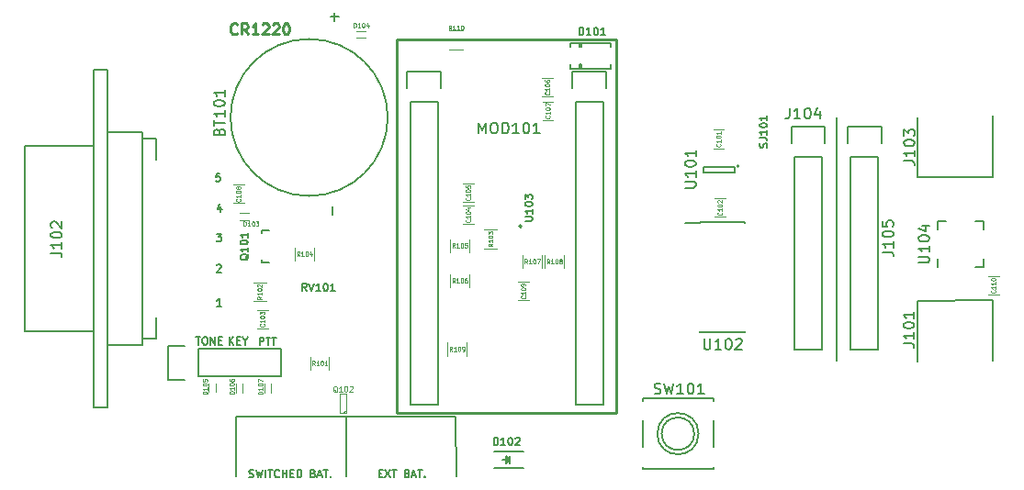
<source format=gbr>
G04 #@! TF.GenerationSoftware,KiCad,Pcbnew,(5.1.8-0-10_14)*
G04 #@! TF.CreationDate,2020-12-09T17:55:20-05:00*
G04 #@! TF.ProjectId,Arducon,41726475-636f-46e2-9e6b-696361645f70,rev?*
G04 #@! TF.SameCoordinates,Original*
G04 #@! TF.FileFunction,Legend,Top*
G04 #@! TF.FilePolarity,Positive*
%FSLAX46Y46*%
G04 Gerber Fmt 4.6, Leading zero omitted, Abs format (unit mm)*
G04 Created by KiCad (PCBNEW (5.1.8-0-10_14)) date 2020-12-09 17:55:20*
%MOMM*%
%LPD*%
G01*
G04 APERTURE LIST*
%ADD10C,0.150000*%
%ADD11C,0.175000*%
%ADD12C,0.250000*%
%ADD13C,0.100000*%
%ADD14C,0.200000*%
%ADD15C,0.076200*%
G04 APERTURE END LIST*
D10*
X152125000Y-119700000D02*
X152125000Y-97250000D01*
X93075000Y-117541666D02*
X93475000Y-117541666D01*
X93275000Y-118241666D02*
X93275000Y-117541666D01*
X93841666Y-117541666D02*
X93975000Y-117541666D01*
X94041666Y-117575000D01*
X94108333Y-117641666D01*
X94141666Y-117775000D01*
X94141666Y-118008333D01*
X94108333Y-118141666D01*
X94041666Y-118208333D01*
X93975000Y-118241666D01*
X93841666Y-118241666D01*
X93775000Y-118208333D01*
X93708333Y-118141666D01*
X93675000Y-118008333D01*
X93675000Y-117775000D01*
X93708333Y-117641666D01*
X93775000Y-117575000D01*
X93841666Y-117541666D01*
X94441666Y-118241666D02*
X94441666Y-117541666D01*
X94841666Y-118241666D01*
X94841666Y-117541666D01*
X95175000Y-117875000D02*
X95408333Y-117875000D01*
X95508333Y-118241666D02*
X95175000Y-118241666D01*
X95175000Y-117541666D01*
X95508333Y-117541666D01*
X96150000Y-118241666D02*
X96150000Y-117541666D01*
X96550000Y-118241666D02*
X96250000Y-117841666D01*
X96550000Y-117541666D02*
X96150000Y-117941666D01*
X96850000Y-117875000D02*
X97083333Y-117875000D01*
X97183333Y-118241666D02*
X96850000Y-118241666D01*
X96850000Y-117541666D01*
X97183333Y-117541666D01*
X97616666Y-117908333D02*
X97616666Y-118241666D01*
X97383333Y-117541666D02*
X97616666Y-117908333D01*
X97850000Y-117541666D01*
X98933333Y-118291666D02*
X98933333Y-117591666D01*
X99200000Y-117591666D01*
X99266666Y-117625000D01*
X99300000Y-117658333D01*
X99333333Y-117725000D01*
X99333333Y-117825000D01*
X99300000Y-117891666D01*
X99266666Y-117925000D01*
X99200000Y-117958333D01*
X98933333Y-117958333D01*
X99533333Y-117591666D02*
X99933333Y-117591666D01*
X99733333Y-118291666D02*
X99733333Y-117591666D01*
X100066666Y-117591666D02*
X100466666Y-117591666D01*
X100266666Y-118291666D02*
X100266666Y-117591666D01*
X117025000Y-124900000D02*
X117050000Y-130375000D01*
X106950000Y-124900000D02*
X117025000Y-124900000D01*
X106950000Y-124900000D02*
X106950000Y-130375000D01*
X96775000Y-124875000D02*
X106950000Y-124900000D01*
X96750000Y-130375000D02*
X96775000Y-124875000D01*
D11*
X97983333Y-130458333D02*
X98083333Y-130491666D01*
X98250000Y-130491666D01*
X98316666Y-130458333D01*
X98350000Y-130425000D01*
X98383333Y-130358333D01*
X98383333Y-130291666D01*
X98350000Y-130225000D01*
X98316666Y-130191666D01*
X98250000Y-130158333D01*
X98116666Y-130125000D01*
X98050000Y-130091666D01*
X98016666Y-130058333D01*
X97983333Y-129991666D01*
X97983333Y-129925000D01*
X98016666Y-129858333D01*
X98050000Y-129825000D01*
X98116666Y-129791666D01*
X98283333Y-129791666D01*
X98383333Y-129825000D01*
X98616666Y-129791666D02*
X98783333Y-130491666D01*
X98916666Y-129991666D01*
X99050000Y-130491666D01*
X99216666Y-129791666D01*
X99483333Y-130491666D02*
X99483333Y-129791666D01*
X99716666Y-129791666D02*
X100116666Y-129791666D01*
X99916666Y-130491666D02*
X99916666Y-129791666D01*
X100750000Y-130425000D02*
X100716666Y-130458333D01*
X100616666Y-130491666D01*
X100550000Y-130491666D01*
X100450000Y-130458333D01*
X100383333Y-130391666D01*
X100350000Y-130325000D01*
X100316666Y-130191666D01*
X100316666Y-130091666D01*
X100350000Y-129958333D01*
X100383333Y-129891666D01*
X100450000Y-129825000D01*
X100550000Y-129791666D01*
X100616666Y-129791666D01*
X100716666Y-129825000D01*
X100750000Y-129858333D01*
X101050000Y-130491666D02*
X101050000Y-129791666D01*
X101050000Y-130125000D02*
X101450000Y-130125000D01*
X101450000Y-130491666D02*
X101450000Y-129791666D01*
X101783333Y-130125000D02*
X102016666Y-130125000D01*
X102116666Y-130491666D02*
X101783333Y-130491666D01*
X101783333Y-129791666D01*
X102116666Y-129791666D01*
X102416666Y-130491666D02*
X102416666Y-129791666D01*
X102583333Y-129791666D01*
X102683333Y-129825000D01*
X102750000Y-129891666D01*
X102783333Y-129958333D01*
X102816666Y-130091666D01*
X102816666Y-130191666D01*
X102783333Y-130325000D01*
X102750000Y-130391666D01*
X102683333Y-130458333D01*
X102583333Y-130491666D01*
X102416666Y-130491666D01*
X103883333Y-130125000D02*
X103983333Y-130158333D01*
X104016666Y-130191666D01*
X104050000Y-130258333D01*
X104050000Y-130358333D01*
X104016666Y-130425000D01*
X103983333Y-130458333D01*
X103916666Y-130491666D01*
X103650000Y-130491666D01*
X103650000Y-129791666D01*
X103883333Y-129791666D01*
X103950000Y-129825000D01*
X103983333Y-129858333D01*
X104016666Y-129925000D01*
X104016666Y-129991666D01*
X103983333Y-130058333D01*
X103950000Y-130091666D01*
X103883333Y-130125000D01*
X103650000Y-130125000D01*
X104316666Y-130291666D02*
X104650000Y-130291666D01*
X104250000Y-130491666D02*
X104483333Y-129791666D01*
X104716666Y-130491666D01*
X104850000Y-129791666D02*
X105250000Y-129791666D01*
X105050000Y-130491666D02*
X105050000Y-129791666D01*
X105483333Y-130425000D02*
X105516666Y-130458333D01*
X105483333Y-130491666D01*
X105450000Y-130458333D01*
X105483333Y-130425000D01*
X105483333Y-130491666D01*
X109950000Y-130125000D02*
X110183333Y-130125000D01*
X110283333Y-130491666D02*
X109950000Y-130491666D01*
X109950000Y-129791666D01*
X110283333Y-129791666D01*
X110516666Y-129791666D02*
X110983333Y-130491666D01*
X110983333Y-129791666D02*
X110516666Y-130491666D01*
X111150000Y-129791666D02*
X111550000Y-129791666D01*
X111350000Y-130491666D02*
X111350000Y-129791666D01*
X112550000Y-130125000D02*
X112650000Y-130158333D01*
X112683333Y-130191666D01*
X112716666Y-130258333D01*
X112716666Y-130358333D01*
X112683333Y-130425000D01*
X112650000Y-130458333D01*
X112583333Y-130491666D01*
X112316666Y-130491666D01*
X112316666Y-129791666D01*
X112550000Y-129791666D01*
X112616666Y-129825000D01*
X112650000Y-129858333D01*
X112683333Y-129925000D01*
X112683333Y-129991666D01*
X112650000Y-130058333D01*
X112616666Y-130091666D01*
X112550000Y-130125000D01*
X112316666Y-130125000D01*
X112983333Y-130291666D02*
X113316666Y-130291666D01*
X112916666Y-130491666D02*
X113150000Y-129791666D01*
X113383333Y-130491666D01*
X113516666Y-129791666D02*
X113916666Y-129791666D01*
X113716666Y-130491666D02*
X113716666Y-129791666D01*
X114150000Y-130425000D02*
X114183333Y-130458333D01*
X114150000Y-130491666D01*
X114116666Y-130458333D01*
X114150000Y-130425000D01*
X114150000Y-130491666D01*
D12*
X96874761Y-89507142D02*
X96827142Y-89554761D01*
X96684285Y-89602380D01*
X96589047Y-89602380D01*
X96446190Y-89554761D01*
X96350952Y-89459523D01*
X96303333Y-89364285D01*
X96255714Y-89173809D01*
X96255714Y-89030952D01*
X96303333Y-88840476D01*
X96350952Y-88745238D01*
X96446190Y-88650000D01*
X96589047Y-88602380D01*
X96684285Y-88602380D01*
X96827142Y-88650000D01*
X96874761Y-88697619D01*
X97874761Y-89602380D02*
X97541428Y-89126190D01*
X97303333Y-89602380D02*
X97303333Y-88602380D01*
X97684285Y-88602380D01*
X97779523Y-88650000D01*
X97827142Y-88697619D01*
X97874761Y-88792857D01*
X97874761Y-88935714D01*
X97827142Y-89030952D01*
X97779523Y-89078571D01*
X97684285Y-89126190D01*
X97303333Y-89126190D01*
X98827142Y-89602380D02*
X98255714Y-89602380D01*
X98541428Y-89602380D02*
X98541428Y-88602380D01*
X98446190Y-88745238D01*
X98350952Y-88840476D01*
X98255714Y-88888095D01*
X99208095Y-88697619D02*
X99255714Y-88650000D01*
X99350952Y-88602380D01*
X99589047Y-88602380D01*
X99684285Y-88650000D01*
X99731904Y-88697619D01*
X99779523Y-88792857D01*
X99779523Y-88888095D01*
X99731904Y-89030952D01*
X99160476Y-89602380D01*
X99779523Y-89602380D01*
X100160476Y-88697619D02*
X100208095Y-88650000D01*
X100303333Y-88602380D01*
X100541428Y-88602380D01*
X100636666Y-88650000D01*
X100684285Y-88697619D01*
X100731904Y-88792857D01*
X100731904Y-88888095D01*
X100684285Y-89030952D01*
X100112857Y-89602380D01*
X100731904Y-89602380D01*
X101350952Y-88602380D02*
X101446190Y-88602380D01*
X101541428Y-88650000D01*
X101589047Y-88697619D01*
X101636666Y-88792857D01*
X101684285Y-88983333D01*
X101684285Y-89221428D01*
X101636666Y-89411904D01*
X101589047Y-89507142D01*
X101541428Y-89554761D01*
X101446190Y-89602380D01*
X101350952Y-89602380D01*
X101255714Y-89554761D01*
X101208095Y-89507142D01*
X101160476Y-89411904D01*
X101112857Y-89221428D01*
X101112857Y-88983333D01*
X101160476Y-88792857D01*
X101208095Y-88697619D01*
X101255714Y-88650000D01*
X101350952Y-88602380D01*
D11*
X95373333Y-105520000D02*
X95373333Y-105986666D01*
X95206666Y-105253333D02*
X95040000Y-105753333D01*
X95473333Y-105753333D01*
X94976666Y-108026666D02*
X95410000Y-108026666D01*
X95176666Y-108293333D01*
X95276666Y-108293333D01*
X95343333Y-108326666D01*
X95376666Y-108360000D01*
X95410000Y-108426666D01*
X95410000Y-108593333D01*
X95376666Y-108660000D01*
X95343333Y-108693333D01*
X95276666Y-108726666D01*
X95076666Y-108726666D01*
X95010000Y-108693333D01*
X94976666Y-108660000D01*
X94990000Y-110933333D02*
X95023333Y-110900000D01*
X95090000Y-110866666D01*
X95256666Y-110866666D01*
X95323333Y-110900000D01*
X95356666Y-110933333D01*
X95390000Y-111000000D01*
X95390000Y-111066666D01*
X95356666Y-111166666D01*
X94956666Y-111566666D01*
X95390000Y-111566666D01*
X95286666Y-102466666D02*
X94953333Y-102466666D01*
X94920000Y-102800000D01*
X94953333Y-102766666D01*
X95020000Y-102733333D01*
X95186666Y-102733333D01*
X95253333Y-102766666D01*
X95286666Y-102800000D01*
X95320000Y-102866666D01*
X95320000Y-103033333D01*
X95286666Y-103100000D01*
X95253333Y-103133333D01*
X95186666Y-103166666D01*
X95020000Y-103166666D01*
X94953333Y-103133333D01*
X94920000Y-103100000D01*
X95430000Y-114686666D02*
X95030000Y-114686666D01*
X95230000Y-114686666D02*
X95230000Y-113986666D01*
X95163333Y-114086666D01*
X95096666Y-114153333D01*
X95030000Y-114186666D01*
D10*
X161420000Y-106820000D02*
X161420000Y-107595000D01*
X165720000Y-106820000D02*
X165720000Y-107595000D01*
X165720000Y-111120000D02*
X165720000Y-110345000D01*
X161420000Y-111120000D02*
X161420000Y-110345000D01*
X165720000Y-106820000D02*
X164945000Y-106820000D01*
X165720000Y-111120000D02*
X164945000Y-111120000D01*
X161420000Y-106820000D02*
X162195000Y-106820000D01*
X90470000Y-121470000D02*
X90470000Y-118370000D01*
X92020000Y-121470000D02*
X90470000Y-121470000D01*
X93290000Y-118650000D02*
X93290000Y-121190000D01*
X100910000Y-121190000D02*
X100910000Y-118650000D01*
X90470000Y-118370000D02*
X92020000Y-118370000D01*
X93290000Y-118650000D02*
X100910000Y-118650000D01*
X93290000Y-121190000D02*
X100910000Y-121190000D01*
D13*
X122770000Y-114150000D02*
X123770000Y-114150000D01*
X123770000Y-112450000D02*
X122770000Y-112450000D01*
X117680000Y-107120000D02*
X118680000Y-107120000D01*
X118680000Y-105420000D02*
X117680000Y-105420000D01*
X97500000Y-103490000D02*
X96500000Y-103490000D01*
X96500000Y-105190000D02*
X97500000Y-105190000D01*
X125980000Y-93640000D02*
X124980000Y-93640000D01*
X124980000Y-95340000D02*
X125980000Y-95340000D01*
X141770000Y-98420000D02*
X140770000Y-98420000D01*
X140770000Y-100120000D02*
X141770000Y-100120000D01*
X140890000Y-106450000D02*
X141890000Y-106450000D01*
X141890000Y-104750000D02*
X140890000Y-104750000D01*
X99700000Y-115040000D02*
X98700000Y-115040000D01*
X98700000Y-116740000D02*
X99700000Y-116740000D01*
X117680000Y-105090000D02*
X118680000Y-105090000D01*
X118680000Y-103390000D02*
X117680000Y-103390000D01*
X126010000Y-95820000D02*
X125010000Y-95820000D01*
X125010000Y-97520000D02*
X126010000Y-97520000D01*
X167100000Y-111930000D02*
X166100000Y-111930000D01*
X166100000Y-113630000D02*
X167100000Y-113630000D01*
X120840000Y-109355000D02*
X119640000Y-109355000D01*
X119640000Y-107605000D02*
X120840000Y-107605000D01*
X123185000Y-111180000D02*
X123185000Y-109980000D01*
X124935000Y-109980000D02*
X124935000Y-111180000D01*
X116515000Y-109700000D02*
X116515000Y-108500000D01*
X118265000Y-108500000D02*
X118265000Y-109700000D01*
X116515000Y-112940000D02*
X116515000Y-111740000D01*
X118265000Y-111740000D02*
X118265000Y-112940000D01*
X118025000Y-118060000D02*
X118025000Y-119260000D01*
X116275000Y-119260000D02*
X116275000Y-118060000D01*
X103955000Y-109280000D02*
X103955000Y-110480000D01*
X102205000Y-110480000D02*
X102205000Y-109280000D01*
X105365000Y-119370000D02*
X105365000Y-120570000D01*
X103615000Y-120570000D02*
X103615000Y-119370000D01*
X98350000Y-112485000D02*
X99550000Y-112485000D01*
X99550000Y-114235000D02*
X98350000Y-114235000D01*
X126995000Y-109980000D02*
X126995000Y-111180000D01*
X125245000Y-111180000D02*
X125245000Y-109980000D01*
D10*
X127800000Y-93030000D02*
X130900000Y-93030000D01*
X127800000Y-94580000D02*
X127800000Y-93030000D01*
X130620000Y-95850000D02*
X128080000Y-95850000D01*
X130900000Y-93030000D02*
X130900000Y-94580000D01*
X128080000Y-123790000D02*
X128080000Y-95850000D01*
X130620000Y-123790000D02*
X128080000Y-123790000D01*
X130620000Y-95850000D02*
X130620000Y-123790000D01*
X112545100Y-93055400D02*
X115645100Y-93055400D01*
X112545100Y-94605400D02*
X112545100Y-93055400D01*
X115365100Y-95875400D02*
X112825100Y-95875400D01*
X115645100Y-93055400D02*
X115645100Y-94605400D01*
X112825100Y-123790000D02*
X112825100Y-95875400D01*
X115365100Y-123815400D02*
X112825100Y-123815400D01*
X115365100Y-95875400D02*
X115365100Y-123790000D01*
D12*
X111590000Y-90050000D02*
X111590000Y-124580000D01*
X131850000Y-90050000D02*
X131850000Y-124580000D01*
X111590000Y-90050000D02*
X131850000Y-90050000D01*
X111590000Y-124580000D02*
X131850000Y-124580000D01*
D10*
X159594000Y-119820000D02*
X159594000Y-114217000D01*
X166546000Y-114167000D02*
X166546000Y-119720000D01*
X159620000Y-114220000D02*
X166520000Y-114170000D01*
X166546000Y-97150000D02*
X166546000Y-102753000D01*
X159594000Y-102803000D02*
X159594000Y-97250000D01*
X166520000Y-102750000D02*
X159620000Y-102800000D01*
D12*
X123060711Y-107320000D02*
G75*
G03*
X123060711Y-107320000I-70711J0D01*
G01*
D14*
X110755190Y-97280800D02*
G75*
G03*
X110755190Y-97280800I-7244390J0D01*
G01*
D10*
X121640000Y-128530000D02*
X121990000Y-128880000D01*
X121640000Y-129230000D02*
X121640000Y-128530000D01*
X121990000Y-128880000D02*
X121640000Y-129230000D01*
X121640000Y-128880000D02*
X121290000Y-128880000D01*
X121990000Y-129230000D02*
X121990000Y-128530000D01*
X121740000Y-128980000D02*
X121890000Y-128830000D01*
X121740000Y-128730000D02*
X121740000Y-128980000D01*
X123240000Y-129630000D02*
X120540000Y-129630000D01*
X123240000Y-128130000D02*
X120540000Y-128130000D01*
X89400000Y-117644000D02*
X88130000Y-117644000D01*
X89400000Y-115739000D02*
X89400000Y-117644000D01*
X88130000Y-118279000D02*
X84955000Y-118279000D01*
X88130000Y-117644000D02*
X88130000Y-118279000D01*
X84955000Y-123994000D02*
X83685000Y-123994000D01*
X84955000Y-118279000D02*
X84955000Y-123994000D01*
X83685000Y-117009000D02*
X77335000Y-117009000D01*
X89400000Y-99229000D02*
X88130000Y-99229000D01*
X89400000Y-101134000D02*
X89400000Y-99229000D01*
X88130000Y-98594000D02*
X84955000Y-98594000D01*
X84955000Y-92879000D02*
X83685000Y-92879000D01*
X83685000Y-99864000D02*
X77335000Y-99864000D01*
X83685000Y-123994000D02*
X83685000Y-92879000D01*
X84955000Y-92879000D02*
X84955000Y-98594000D01*
X84955000Y-98594000D02*
X84955000Y-118279000D01*
X88130000Y-98594000D02*
X88130000Y-99229000D01*
X88130000Y-99229000D02*
X88130000Y-117644000D01*
X77335000Y-117009000D02*
X77335000Y-99864000D01*
X99139760Y-107670180D02*
X99840800Y-107670180D01*
X99139760Y-107870840D02*
X99139760Y-107670180D01*
X99139760Y-110669820D02*
X99139760Y-110420900D01*
X99840800Y-110669820D02*
X99139760Y-110669820D01*
X99139760Y-107870840D02*
X99139760Y-107919100D01*
D15*
X106929720Y-124549160D02*
X106330280Y-124549160D01*
X106929720Y-122750840D02*
X106929720Y-124549160D01*
X106330280Y-122750840D02*
X106929720Y-122750840D01*
X106330280Y-124549160D02*
X106330280Y-122750840D01*
X106630000Y-124549160D02*
X106929720Y-124249440D01*
D10*
X140760000Y-123210000D02*
X140760000Y-123410000D01*
X140760000Y-129710000D02*
X140760000Y-129510000D01*
X134260000Y-129710000D02*
X134260000Y-129510000D01*
X134260000Y-123210000D02*
X134260000Y-123410000D01*
X134260000Y-125260000D02*
X134260000Y-127660000D01*
X140760000Y-125260000D02*
X140760000Y-127660000D01*
X140760000Y-123210000D02*
X134260000Y-123210000D01*
X134260000Y-129710000D02*
X140760000Y-129710000D01*
X139410000Y-126460000D02*
G75*
G03*
X139410000Y-126460000I-1900000J0D01*
G01*
X139010000Y-126460000D02*
G75*
G03*
X139010000Y-126460000I-1500000J0D01*
G01*
X142780000Y-101830000D02*
X139880000Y-101830000D01*
X139880000Y-101830000D02*
X139880000Y-102330000D01*
X139880000Y-102330000D02*
X142780000Y-102330000D01*
X142780000Y-102330000D02*
X142780000Y-101830000D01*
X143130000Y-101780000D02*
G75*
G03*
X143130000Y-101780000I-100000J0D01*
G01*
X139555000Y-107040000D02*
X138180000Y-107040000D01*
X139555000Y-117085000D02*
X143705000Y-117085000D01*
X139555000Y-106935000D02*
X143705000Y-106935000D01*
X139555000Y-117085000D02*
X139555000Y-116980000D01*
X143705000Y-117085000D02*
X143705000Y-116980000D01*
X143705000Y-106935000D02*
X143705000Y-107040000D01*
X139555000Y-106935000D02*
X139555000Y-107040000D01*
X127550000Y-90389300D02*
X127550000Y-90789300D01*
X127550000Y-92765300D02*
X127550000Y-92365300D01*
X131300000Y-92765300D02*
X131300000Y-92365300D01*
X131300000Y-90389300D02*
X131300000Y-90789300D01*
X128450000Y-92765300D02*
X128450000Y-92365300D01*
X128450000Y-92365300D02*
X128600000Y-92365300D01*
X128600000Y-92365300D02*
X128600000Y-92765300D01*
X128450000Y-90389300D02*
X128450000Y-90789300D01*
X128450000Y-90789300D02*
X128600000Y-90789300D01*
X128600000Y-90789300D02*
X128600000Y-90389300D01*
X127550000Y-90389300D02*
X131300000Y-90389300D01*
X131300000Y-92765300D02*
X127550000Y-92765300D01*
X150790000Y-100910000D02*
X150790000Y-118690000D01*
X150790000Y-118690000D02*
X148250000Y-118690000D01*
X148250000Y-118690000D02*
X148250000Y-100910000D01*
X151070000Y-98090000D02*
X151070000Y-99640000D01*
X150790000Y-100910000D02*
X148250000Y-100910000D01*
X147970000Y-99640000D02*
X147970000Y-98090000D01*
X147970000Y-98090000D02*
X151070000Y-98090000D01*
X153160000Y-98090000D02*
X156260000Y-98090000D01*
X153160000Y-99640000D02*
X153160000Y-98090000D01*
X155980000Y-100910000D02*
X153440000Y-100910000D01*
X156260000Y-98090000D02*
X156260000Y-99640000D01*
X153440000Y-118690000D02*
X153440000Y-100910000D01*
X155980000Y-118690000D02*
X153440000Y-118690000D01*
X155980000Y-100910000D02*
X155980000Y-118690000D01*
D13*
X97125000Y-106730000D02*
X97925000Y-106730000D01*
X97125000Y-106070000D02*
X97925000Y-106070000D01*
X107875000Y-89295000D02*
X108675000Y-89295000D01*
X107875000Y-89955000D02*
X108675000Y-89955000D01*
X94270000Y-121825000D02*
X94270000Y-122625000D01*
X94930000Y-121825000D02*
X94930000Y-122625000D01*
X97405000Y-121850000D02*
X97405000Y-122650000D01*
X96745000Y-121850000D02*
X96745000Y-122650000D01*
X99370000Y-121875000D02*
X99370000Y-122675000D01*
X100030000Y-121875000D02*
X100030000Y-122675000D01*
X116450000Y-89275000D02*
X117650000Y-89275000D01*
X117650000Y-91025000D02*
X116450000Y-91025000D01*
D10*
X159692380Y-110684285D02*
X160501904Y-110684285D01*
X160597142Y-110636666D01*
X160644761Y-110589047D01*
X160692380Y-110493809D01*
X160692380Y-110303333D01*
X160644761Y-110208095D01*
X160597142Y-110160476D01*
X160501904Y-110112857D01*
X159692380Y-110112857D01*
X160692380Y-109112857D02*
X160692380Y-109684285D01*
X160692380Y-109398571D02*
X159692380Y-109398571D01*
X159835238Y-109493809D01*
X159930476Y-109589047D01*
X159978095Y-109684285D01*
X159692380Y-108493809D02*
X159692380Y-108398571D01*
X159740000Y-108303333D01*
X159787619Y-108255714D01*
X159882857Y-108208095D01*
X160073333Y-108160476D01*
X160311428Y-108160476D01*
X160501904Y-108208095D01*
X160597142Y-108255714D01*
X160644761Y-108303333D01*
X160692380Y-108398571D01*
X160692380Y-108493809D01*
X160644761Y-108589047D01*
X160597142Y-108636666D01*
X160501904Y-108684285D01*
X160311428Y-108731904D01*
X160073333Y-108731904D01*
X159882857Y-108684285D01*
X159787619Y-108636666D01*
X159740000Y-108589047D01*
X159692380Y-108493809D01*
X160025714Y-107303333D02*
X160692380Y-107303333D01*
X159644761Y-107541428D02*
X160359047Y-107779523D01*
X160359047Y-107160476D01*
D13*
X123412857Y-113747619D02*
X123431904Y-113766666D01*
X123450952Y-113823809D01*
X123450952Y-113861904D01*
X123431904Y-113919047D01*
X123393809Y-113957142D01*
X123355714Y-113976190D01*
X123279523Y-113995238D01*
X123222380Y-113995238D01*
X123146190Y-113976190D01*
X123108095Y-113957142D01*
X123070000Y-113919047D01*
X123050952Y-113861904D01*
X123050952Y-113823809D01*
X123070000Y-113766666D01*
X123089047Y-113747619D01*
X123450952Y-113366666D02*
X123450952Y-113595238D01*
X123450952Y-113480952D02*
X123050952Y-113480952D01*
X123108095Y-113519047D01*
X123146190Y-113557142D01*
X123165238Y-113595238D01*
X123050952Y-113119047D02*
X123050952Y-113080952D01*
X123070000Y-113042857D01*
X123089047Y-113023809D01*
X123127142Y-113004761D01*
X123203333Y-112985714D01*
X123298571Y-112985714D01*
X123374761Y-113004761D01*
X123412857Y-113023809D01*
X123431904Y-113042857D01*
X123450952Y-113080952D01*
X123450952Y-113119047D01*
X123431904Y-113157142D01*
X123412857Y-113176190D01*
X123374761Y-113195238D01*
X123298571Y-113214285D01*
X123203333Y-113214285D01*
X123127142Y-113195238D01*
X123089047Y-113176190D01*
X123070000Y-113157142D01*
X123050952Y-113119047D01*
X123450952Y-112795238D02*
X123450952Y-112719047D01*
X123431904Y-112680952D01*
X123412857Y-112661904D01*
X123355714Y-112623809D01*
X123279523Y-112604761D01*
X123127142Y-112604761D01*
X123089047Y-112623809D01*
X123070000Y-112642857D01*
X123050952Y-112680952D01*
X123050952Y-112757142D01*
X123070000Y-112795238D01*
X123089047Y-112814285D01*
X123127142Y-112833333D01*
X123222380Y-112833333D01*
X123260476Y-112814285D01*
X123279523Y-112795238D01*
X123298571Y-112757142D01*
X123298571Y-112680952D01*
X123279523Y-112642857D01*
X123260476Y-112623809D01*
X123222380Y-112604761D01*
X118322857Y-106717619D02*
X118341904Y-106736666D01*
X118360952Y-106793809D01*
X118360952Y-106831904D01*
X118341904Y-106889047D01*
X118303809Y-106927142D01*
X118265714Y-106946190D01*
X118189523Y-106965238D01*
X118132380Y-106965238D01*
X118056190Y-106946190D01*
X118018095Y-106927142D01*
X117980000Y-106889047D01*
X117960952Y-106831904D01*
X117960952Y-106793809D01*
X117980000Y-106736666D01*
X117999047Y-106717619D01*
X118360952Y-106336666D02*
X118360952Y-106565238D01*
X118360952Y-106450952D02*
X117960952Y-106450952D01*
X118018095Y-106489047D01*
X118056190Y-106527142D01*
X118075238Y-106565238D01*
X117960952Y-106089047D02*
X117960952Y-106050952D01*
X117980000Y-106012857D01*
X117999047Y-105993809D01*
X118037142Y-105974761D01*
X118113333Y-105955714D01*
X118208571Y-105955714D01*
X118284761Y-105974761D01*
X118322857Y-105993809D01*
X118341904Y-106012857D01*
X118360952Y-106050952D01*
X118360952Y-106089047D01*
X118341904Y-106127142D01*
X118322857Y-106146190D01*
X118284761Y-106165238D01*
X118208571Y-106184285D01*
X118113333Y-106184285D01*
X118037142Y-106165238D01*
X117999047Y-106146190D01*
X117980000Y-106127142D01*
X117960952Y-106089047D01*
X118094285Y-105612857D02*
X118360952Y-105612857D01*
X117941904Y-105708095D02*
X118227619Y-105803333D01*
X118227619Y-105555714D01*
X97142857Y-104787619D02*
X97161904Y-104806666D01*
X97180952Y-104863809D01*
X97180952Y-104901904D01*
X97161904Y-104959047D01*
X97123809Y-104997142D01*
X97085714Y-105016190D01*
X97009523Y-105035238D01*
X96952380Y-105035238D01*
X96876190Y-105016190D01*
X96838095Y-104997142D01*
X96800000Y-104959047D01*
X96780952Y-104901904D01*
X96780952Y-104863809D01*
X96800000Y-104806666D01*
X96819047Y-104787619D01*
X97180952Y-104406666D02*
X97180952Y-104635238D01*
X97180952Y-104520952D02*
X96780952Y-104520952D01*
X96838095Y-104559047D01*
X96876190Y-104597142D01*
X96895238Y-104635238D01*
X96780952Y-104159047D02*
X96780952Y-104120952D01*
X96800000Y-104082857D01*
X96819047Y-104063809D01*
X96857142Y-104044761D01*
X96933333Y-104025714D01*
X97028571Y-104025714D01*
X97104761Y-104044761D01*
X97142857Y-104063809D01*
X97161904Y-104082857D01*
X97180952Y-104120952D01*
X97180952Y-104159047D01*
X97161904Y-104197142D01*
X97142857Y-104216190D01*
X97104761Y-104235238D01*
X97028571Y-104254285D01*
X96933333Y-104254285D01*
X96857142Y-104235238D01*
X96819047Y-104216190D01*
X96800000Y-104197142D01*
X96780952Y-104159047D01*
X96952380Y-103797142D02*
X96933333Y-103835238D01*
X96914285Y-103854285D01*
X96876190Y-103873333D01*
X96857142Y-103873333D01*
X96819047Y-103854285D01*
X96800000Y-103835238D01*
X96780952Y-103797142D01*
X96780952Y-103720952D01*
X96800000Y-103682857D01*
X96819047Y-103663809D01*
X96857142Y-103644761D01*
X96876190Y-103644761D01*
X96914285Y-103663809D01*
X96933333Y-103682857D01*
X96952380Y-103720952D01*
X96952380Y-103797142D01*
X96971428Y-103835238D01*
X96990476Y-103854285D01*
X97028571Y-103873333D01*
X97104761Y-103873333D01*
X97142857Y-103854285D01*
X97161904Y-103835238D01*
X97180952Y-103797142D01*
X97180952Y-103720952D01*
X97161904Y-103682857D01*
X97142857Y-103663809D01*
X97104761Y-103644761D01*
X97028571Y-103644761D01*
X96990476Y-103663809D01*
X96971428Y-103682857D01*
X96952380Y-103720952D01*
X125622857Y-94937619D02*
X125641904Y-94956666D01*
X125660952Y-95013809D01*
X125660952Y-95051904D01*
X125641904Y-95109047D01*
X125603809Y-95147142D01*
X125565714Y-95166190D01*
X125489523Y-95185238D01*
X125432380Y-95185238D01*
X125356190Y-95166190D01*
X125318095Y-95147142D01*
X125280000Y-95109047D01*
X125260952Y-95051904D01*
X125260952Y-95013809D01*
X125280000Y-94956666D01*
X125299047Y-94937619D01*
X125660952Y-94556666D02*
X125660952Y-94785238D01*
X125660952Y-94670952D02*
X125260952Y-94670952D01*
X125318095Y-94709047D01*
X125356190Y-94747142D01*
X125375238Y-94785238D01*
X125260952Y-94309047D02*
X125260952Y-94270952D01*
X125280000Y-94232857D01*
X125299047Y-94213809D01*
X125337142Y-94194761D01*
X125413333Y-94175714D01*
X125508571Y-94175714D01*
X125584761Y-94194761D01*
X125622857Y-94213809D01*
X125641904Y-94232857D01*
X125660952Y-94270952D01*
X125660952Y-94309047D01*
X125641904Y-94347142D01*
X125622857Y-94366190D01*
X125584761Y-94385238D01*
X125508571Y-94404285D01*
X125413333Y-94404285D01*
X125337142Y-94385238D01*
X125299047Y-94366190D01*
X125280000Y-94347142D01*
X125260952Y-94309047D01*
X125260952Y-93832857D02*
X125260952Y-93909047D01*
X125280000Y-93947142D01*
X125299047Y-93966190D01*
X125356190Y-94004285D01*
X125432380Y-94023333D01*
X125584761Y-94023333D01*
X125622857Y-94004285D01*
X125641904Y-93985238D01*
X125660952Y-93947142D01*
X125660952Y-93870952D01*
X125641904Y-93832857D01*
X125622857Y-93813809D01*
X125584761Y-93794761D01*
X125489523Y-93794761D01*
X125451428Y-93813809D01*
X125432380Y-93832857D01*
X125413333Y-93870952D01*
X125413333Y-93947142D01*
X125432380Y-93985238D01*
X125451428Y-94004285D01*
X125489523Y-94023333D01*
X141412857Y-99717619D02*
X141431904Y-99736666D01*
X141450952Y-99793809D01*
X141450952Y-99831904D01*
X141431904Y-99889047D01*
X141393809Y-99927142D01*
X141355714Y-99946190D01*
X141279523Y-99965238D01*
X141222380Y-99965238D01*
X141146190Y-99946190D01*
X141108095Y-99927142D01*
X141070000Y-99889047D01*
X141050952Y-99831904D01*
X141050952Y-99793809D01*
X141070000Y-99736666D01*
X141089047Y-99717619D01*
X141450952Y-99336666D02*
X141450952Y-99565238D01*
X141450952Y-99450952D02*
X141050952Y-99450952D01*
X141108095Y-99489047D01*
X141146190Y-99527142D01*
X141165238Y-99565238D01*
X141050952Y-99089047D02*
X141050952Y-99050952D01*
X141070000Y-99012857D01*
X141089047Y-98993809D01*
X141127142Y-98974761D01*
X141203333Y-98955714D01*
X141298571Y-98955714D01*
X141374761Y-98974761D01*
X141412857Y-98993809D01*
X141431904Y-99012857D01*
X141450952Y-99050952D01*
X141450952Y-99089047D01*
X141431904Y-99127142D01*
X141412857Y-99146190D01*
X141374761Y-99165238D01*
X141298571Y-99184285D01*
X141203333Y-99184285D01*
X141127142Y-99165238D01*
X141089047Y-99146190D01*
X141070000Y-99127142D01*
X141050952Y-99089047D01*
X141450952Y-98574761D02*
X141450952Y-98803333D01*
X141450952Y-98689047D02*
X141050952Y-98689047D01*
X141108095Y-98727142D01*
X141146190Y-98765238D01*
X141165238Y-98803333D01*
X141532857Y-106047619D02*
X141551904Y-106066666D01*
X141570952Y-106123809D01*
X141570952Y-106161904D01*
X141551904Y-106219047D01*
X141513809Y-106257142D01*
X141475714Y-106276190D01*
X141399523Y-106295238D01*
X141342380Y-106295238D01*
X141266190Y-106276190D01*
X141228095Y-106257142D01*
X141190000Y-106219047D01*
X141170952Y-106161904D01*
X141170952Y-106123809D01*
X141190000Y-106066666D01*
X141209047Y-106047619D01*
X141570952Y-105666666D02*
X141570952Y-105895238D01*
X141570952Y-105780952D02*
X141170952Y-105780952D01*
X141228095Y-105819047D01*
X141266190Y-105857142D01*
X141285238Y-105895238D01*
X141170952Y-105419047D02*
X141170952Y-105380952D01*
X141190000Y-105342857D01*
X141209047Y-105323809D01*
X141247142Y-105304761D01*
X141323333Y-105285714D01*
X141418571Y-105285714D01*
X141494761Y-105304761D01*
X141532857Y-105323809D01*
X141551904Y-105342857D01*
X141570952Y-105380952D01*
X141570952Y-105419047D01*
X141551904Y-105457142D01*
X141532857Y-105476190D01*
X141494761Y-105495238D01*
X141418571Y-105514285D01*
X141323333Y-105514285D01*
X141247142Y-105495238D01*
X141209047Y-105476190D01*
X141190000Y-105457142D01*
X141170952Y-105419047D01*
X141209047Y-105133333D02*
X141190000Y-105114285D01*
X141170952Y-105076190D01*
X141170952Y-104980952D01*
X141190000Y-104942857D01*
X141209047Y-104923809D01*
X141247142Y-104904761D01*
X141285238Y-104904761D01*
X141342380Y-104923809D01*
X141570952Y-105152380D01*
X141570952Y-104904761D01*
X99342857Y-116337619D02*
X99361904Y-116356666D01*
X99380952Y-116413809D01*
X99380952Y-116451904D01*
X99361904Y-116509047D01*
X99323809Y-116547142D01*
X99285714Y-116566190D01*
X99209523Y-116585238D01*
X99152380Y-116585238D01*
X99076190Y-116566190D01*
X99038095Y-116547142D01*
X99000000Y-116509047D01*
X98980952Y-116451904D01*
X98980952Y-116413809D01*
X99000000Y-116356666D01*
X99019047Y-116337619D01*
X99380952Y-115956666D02*
X99380952Y-116185238D01*
X99380952Y-116070952D02*
X98980952Y-116070952D01*
X99038095Y-116109047D01*
X99076190Y-116147142D01*
X99095238Y-116185238D01*
X98980952Y-115709047D02*
X98980952Y-115670952D01*
X99000000Y-115632857D01*
X99019047Y-115613809D01*
X99057142Y-115594761D01*
X99133333Y-115575714D01*
X99228571Y-115575714D01*
X99304761Y-115594761D01*
X99342857Y-115613809D01*
X99361904Y-115632857D01*
X99380952Y-115670952D01*
X99380952Y-115709047D01*
X99361904Y-115747142D01*
X99342857Y-115766190D01*
X99304761Y-115785238D01*
X99228571Y-115804285D01*
X99133333Y-115804285D01*
X99057142Y-115785238D01*
X99019047Y-115766190D01*
X99000000Y-115747142D01*
X98980952Y-115709047D01*
X98980952Y-115442380D02*
X98980952Y-115194761D01*
X99133333Y-115328095D01*
X99133333Y-115270952D01*
X99152380Y-115232857D01*
X99171428Y-115213809D01*
X99209523Y-115194761D01*
X99304761Y-115194761D01*
X99342857Y-115213809D01*
X99361904Y-115232857D01*
X99380952Y-115270952D01*
X99380952Y-115385238D01*
X99361904Y-115423333D01*
X99342857Y-115442380D01*
X118322857Y-104687619D02*
X118341904Y-104706666D01*
X118360952Y-104763809D01*
X118360952Y-104801904D01*
X118341904Y-104859047D01*
X118303809Y-104897142D01*
X118265714Y-104916190D01*
X118189523Y-104935238D01*
X118132380Y-104935238D01*
X118056190Y-104916190D01*
X118018095Y-104897142D01*
X117980000Y-104859047D01*
X117960952Y-104801904D01*
X117960952Y-104763809D01*
X117980000Y-104706666D01*
X117999047Y-104687619D01*
X118360952Y-104306666D02*
X118360952Y-104535238D01*
X118360952Y-104420952D02*
X117960952Y-104420952D01*
X118018095Y-104459047D01*
X118056190Y-104497142D01*
X118075238Y-104535238D01*
X117960952Y-104059047D02*
X117960952Y-104020952D01*
X117980000Y-103982857D01*
X117999047Y-103963809D01*
X118037142Y-103944761D01*
X118113333Y-103925714D01*
X118208571Y-103925714D01*
X118284761Y-103944761D01*
X118322857Y-103963809D01*
X118341904Y-103982857D01*
X118360952Y-104020952D01*
X118360952Y-104059047D01*
X118341904Y-104097142D01*
X118322857Y-104116190D01*
X118284761Y-104135238D01*
X118208571Y-104154285D01*
X118113333Y-104154285D01*
X118037142Y-104135238D01*
X117999047Y-104116190D01*
X117980000Y-104097142D01*
X117960952Y-104059047D01*
X117960952Y-103563809D02*
X117960952Y-103754285D01*
X118151428Y-103773333D01*
X118132380Y-103754285D01*
X118113333Y-103716190D01*
X118113333Y-103620952D01*
X118132380Y-103582857D01*
X118151428Y-103563809D01*
X118189523Y-103544761D01*
X118284761Y-103544761D01*
X118322857Y-103563809D01*
X118341904Y-103582857D01*
X118360952Y-103620952D01*
X118360952Y-103716190D01*
X118341904Y-103754285D01*
X118322857Y-103773333D01*
X125652857Y-97117619D02*
X125671904Y-97136666D01*
X125690952Y-97193809D01*
X125690952Y-97231904D01*
X125671904Y-97289047D01*
X125633809Y-97327142D01*
X125595714Y-97346190D01*
X125519523Y-97365238D01*
X125462380Y-97365238D01*
X125386190Y-97346190D01*
X125348095Y-97327142D01*
X125310000Y-97289047D01*
X125290952Y-97231904D01*
X125290952Y-97193809D01*
X125310000Y-97136666D01*
X125329047Y-97117619D01*
X125690952Y-96736666D02*
X125690952Y-96965238D01*
X125690952Y-96850952D02*
X125290952Y-96850952D01*
X125348095Y-96889047D01*
X125386190Y-96927142D01*
X125405238Y-96965238D01*
X125290952Y-96489047D02*
X125290952Y-96450952D01*
X125310000Y-96412857D01*
X125329047Y-96393809D01*
X125367142Y-96374761D01*
X125443333Y-96355714D01*
X125538571Y-96355714D01*
X125614761Y-96374761D01*
X125652857Y-96393809D01*
X125671904Y-96412857D01*
X125690952Y-96450952D01*
X125690952Y-96489047D01*
X125671904Y-96527142D01*
X125652857Y-96546190D01*
X125614761Y-96565238D01*
X125538571Y-96584285D01*
X125443333Y-96584285D01*
X125367142Y-96565238D01*
X125329047Y-96546190D01*
X125310000Y-96527142D01*
X125290952Y-96489047D01*
X125290952Y-96222380D02*
X125290952Y-95955714D01*
X125690952Y-96127142D01*
X166742857Y-113227619D02*
X166761904Y-113246666D01*
X166780952Y-113303809D01*
X166780952Y-113341904D01*
X166761904Y-113399047D01*
X166723809Y-113437142D01*
X166685714Y-113456190D01*
X166609523Y-113475238D01*
X166552380Y-113475238D01*
X166476190Y-113456190D01*
X166438095Y-113437142D01*
X166400000Y-113399047D01*
X166380952Y-113341904D01*
X166380952Y-113303809D01*
X166400000Y-113246666D01*
X166419047Y-113227619D01*
X166780952Y-112846666D02*
X166780952Y-113075238D01*
X166780952Y-112960952D02*
X166380952Y-112960952D01*
X166438095Y-112999047D01*
X166476190Y-113037142D01*
X166495238Y-113075238D01*
X166780952Y-112465714D02*
X166780952Y-112694285D01*
X166780952Y-112580000D02*
X166380952Y-112580000D01*
X166438095Y-112618095D01*
X166476190Y-112656190D01*
X166495238Y-112694285D01*
X166380952Y-112218095D02*
X166380952Y-112180000D01*
X166400000Y-112141904D01*
X166419047Y-112122857D01*
X166457142Y-112103809D01*
X166533333Y-112084761D01*
X166628571Y-112084761D01*
X166704761Y-112103809D01*
X166742857Y-112122857D01*
X166761904Y-112141904D01*
X166780952Y-112180000D01*
X166780952Y-112218095D01*
X166761904Y-112256190D01*
X166742857Y-112275238D01*
X166704761Y-112294285D01*
X166628571Y-112313333D01*
X166533333Y-112313333D01*
X166457142Y-112294285D01*
X166419047Y-112275238D01*
X166400000Y-112256190D01*
X166380952Y-112218095D01*
X120420952Y-108927619D02*
X120230476Y-109060952D01*
X120420952Y-109156190D02*
X120020952Y-109156190D01*
X120020952Y-109003809D01*
X120040000Y-108965714D01*
X120059047Y-108946666D01*
X120097142Y-108927619D01*
X120154285Y-108927619D01*
X120192380Y-108946666D01*
X120211428Y-108965714D01*
X120230476Y-109003809D01*
X120230476Y-109156190D01*
X120420952Y-108546666D02*
X120420952Y-108775238D01*
X120420952Y-108660952D02*
X120020952Y-108660952D01*
X120078095Y-108699047D01*
X120116190Y-108737142D01*
X120135238Y-108775238D01*
X120020952Y-108299047D02*
X120020952Y-108260952D01*
X120040000Y-108222857D01*
X120059047Y-108203809D01*
X120097142Y-108184761D01*
X120173333Y-108165714D01*
X120268571Y-108165714D01*
X120344761Y-108184761D01*
X120382857Y-108203809D01*
X120401904Y-108222857D01*
X120420952Y-108260952D01*
X120420952Y-108299047D01*
X120401904Y-108337142D01*
X120382857Y-108356190D01*
X120344761Y-108375238D01*
X120268571Y-108394285D01*
X120173333Y-108394285D01*
X120097142Y-108375238D01*
X120059047Y-108356190D01*
X120040000Y-108337142D01*
X120020952Y-108299047D01*
X120020952Y-108032380D02*
X120020952Y-107784761D01*
X120173333Y-107918095D01*
X120173333Y-107860952D01*
X120192380Y-107822857D01*
X120211428Y-107803809D01*
X120249523Y-107784761D01*
X120344761Y-107784761D01*
X120382857Y-107803809D01*
X120401904Y-107822857D01*
X120420952Y-107860952D01*
X120420952Y-107975238D01*
X120401904Y-108013333D01*
X120382857Y-108032380D01*
X123612380Y-110760952D02*
X123479047Y-110570476D01*
X123383809Y-110760952D02*
X123383809Y-110360952D01*
X123536190Y-110360952D01*
X123574285Y-110380000D01*
X123593333Y-110399047D01*
X123612380Y-110437142D01*
X123612380Y-110494285D01*
X123593333Y-110532380D01*
X123574285Y-110551428D01*
X123536190Y-110570476D01*
X123383809Y-110570476D01*
X123993333Y-110760952D02*
X123764761Y-110760952D01*
X123879047Y-110760952D02*
X123879047Y-110360952D01*
X123840952Y-110418095D01*
X123802857Y-110456190D01*
X123764761Y-110475238D01*
X124240952Y-110360952D02*
X124279047Y-110360952D01*
X124317142Y-110380000D01*
X124336190Y-110399047D01*
X124355238Y-110437142D01*
X124374285Y-110513333D01*
X124374285Y-110608571D01*
X124355238Y-110684761D01*
X124336190Y-110722857D01*
X124317142Y-110741904D01*
X124279047Y-110760952D01*
X124240952Y-110760952D01*
X124202857Y-110741904D01*
X124183809Y-110722857D01*
X124164761Y-110684761D01*
X124145714Y-110608571D01*
X124145714Y-110513333D01*
X124164761Y-110437142D01*
X124183809Y-110399047D01*
X124202857Y-110380000D01*
X124240952Y-110360952D01*
X124507619Y-110360952D02*
X124774285Y-110360952D01*
X124602857Y-110760952D01*
X116942380Y-109280952D02*
X116809047Y-109090476D01*
X116713809Y-109280952D02*
X116713809Y-108880952D01*
X116866190Y-108880952D01*
X116904285Y-108900000D01*
X116923333Y-108919047D01*
X116942380Y-108957142D01*
X116942380Y-109014285D01*
X116923333Y-109052380D01*
X116904285Y-109071428D01*
X116866190Y-109090476D01*
X116713809Y-109090476D01*
X117323333Y-109280952D02*
X117094761Y-109280952D01*
X117209047Y-109280952D02*
X117209047Y-108880952D01*
X117170952Y-108938095D01*
X117132857Y-108976190D01*
X117094761Y-108995238D01*
X117570952Y-108880952D02*
X117609047Y-108880952D01*
X117647142Y-108900000D01*
X117666190Y-108919047D01*
X117685238Y-108957142D01*
X117704285Y-109033333D01*
X117704285Y-109128571D01*
X117685238Y-109204761D01*
X117666190Y-109242857D01*
X117647142Y-109261904D01*
X117609047Y-109280952D01*
X117570952Y-109280952D01*
X117532857Y-109261904D01*
X117513809Y-109242857D01*
X117494761Y-109204761D01*
X117475714Y-109128571D01*
X117475714Y-109033333D01*
X117494761Y-108957142D01*
X117513809Y-108919047D01*
X117532857Y-108900000D01*
X117570952Y-108880952D01*
X118066190Y-108880952D02*
X117875714Y-108880952D01*
X117856666Y-109071428D01*
X117875714Y-109052380D01*
X117913809Y-109033333D01*
X118009047Y-109033333D01*
X118047142Y-109052380D01*
X118066190Y-109071428D01*
X118085238Y-109109523D01*
X118085238Y-109204761D01*
X118066190Y-109242857D01*
X118047142Y-109261904D01*
X118009047Y-109280952D01*
X117913809Y-109280952D01*
X117875714Y-109261904D01*
X117856666Y-109242857D01*
X116942380Y-112520952D02*
X116809047Y-112330476D01*
X116713809Y-112520952D02*
X116713809Y-112120952D01*
X116866190Y-112120952D01*
X116904285Y-112140000D01*
X116923333Y-112159047D01*
X116942380Y-112197142D01*
X116942380Y-112254285D01*
X116923333Y-112292380D01*
X116904285Y-112311428D01*
X116866190Y-112330476D01*
X116713809Y-112330476D01*
X117323333Y-112520952D02*
X117094761Y-112520952D01*
X117209047Y-112520952D02*
X117209047Y-112120952D01*
X117170952Y-112178095D01*
X117132857Y-112216190D01*
X117094761Y-112235238D01*
X117570952Y-112120952D02*
X117609047Y-112120952D01*
X117647142Y-112140000D01*
X117666190Y-112159047D01*
X117685238Y-112197142D01*
X117704285Y-112273333D01*
X117704285Y-112368571D01*
X117685238Y-112444761D01*
X117666190Y-112482857D01*
X117647142Y-112501904D01*
X117609047Y-112520952D01*
X117570952Y-112520952D01*
X117532857Y-112501904D01*
X117513809Y-112482857D01*
X117494761Y-112444761D01*
X117475714Y-112368571D01*
X117475714Y-112273333D01*
X117494761Y-112197142D01*
X117513809Y-112159047D01*
X117532857Y-112140000D01*
X117570952Y-112120952D01*
X118047142Y-112120952D02*
X117970952Y-112120952D01*
X117932857Y-112140000D01*
X117913809Y-112159047D01*
X117875714Y-112216190D01*
X117856666Y-112292380D01*
X117856666Y-112444761D01*
X117875714Y-112482857D01*
X117894761Y-112501904D01*
X117932857Y-112520952D01*
X118009047Y-112520952D01*
X118047142Y-112501904D01*
X118066190Y-112482857D01*
X118085238Y-112444761D01*
X118085238Y-112349523D01*
X118066190Y-112311428D01*
X118047142Y-112292380D01*
X118009047Y-112273333D01*
X117932857Y-112273333D01*
X117894761Y-112292380D01*
X117875714Y-112311428D01*
X117856666Y-112349523D01*
X116702380Y-118840952D02*
X116569047Y-118650476D01*
X116473809Y-118840952D02*
X116473809Y-118440952D01*
X116626190Y-118440952D01*
X116664285Y-118460000D01*
X116683333Y-118479047D01*
X116702380Y-118517142D01*
X116702380Y-118574285D01*
X116683333Y-118612380D01*
X116664285Y-118631428D01*
X116626190Y-118650476D01*
X116473809Y-118650476D01*
X117083333Y-118840952D02*
X116854761Y-118840952D01*
X116969047Y-118840952D02*
X116969047Y-118440952D01*
X116930952Y-118498095D01*
X116892857Y-118536190D01*
X116854761Y-118555238D01*
X117330952Y-118440952D02*
X117369047Y-118440952D01*
X117407142Y-118460000D01*
X117426190Y-118479047D01*
X117445238Y-118517142D01*
X117464285Y-118593333D01*
X117464285Y-118688571D01*
X117445238Y-118764761D01*
X117426190Y-118802857D01*
X117407142Y-118821904D01*
X117369047Y-118840952D01*
X117330952Y-118840952D01*
X117292857Y-118821904D01*
X117273809Y-118802857D01*
X117254761Y-118764761D01*
X117235714Y-118688571D01*
X117235714Y-118593333D01*
X117254761Y-118517142D01*
X117273809Y-118479047D01*
X117292857Y-118460000D01*
X117330952Y-118440952D01*
X117654761Y-118840952D02*
X117730952Y-118840952D01*
X117769047Y-118821904D01*
X117788095Y-118802857D01*
X117826190Y-118745714D01*
X117845238Y-118669523D01*
X117845238Y-118517142D01*
X117826190Y-118479047D01*
X117807142Y-118460000D01*
X117769047Y-118440952D01*
X117692857Y-118440952D01*
X117654761Y-118460000D01*
X117635714Y-118479047D01*
X117616666Y-118517142D01*
X117616666Y-118612380D01*
X117635714Y-118650476D01*
X117654761Y-118669523D01*
X117692857Y-118688571D01*
X117769047Y-118688571D01*
X117807142Y-118669523D01*
X117826190Y-118650476D01*
X117845238Y-118612380D01*
X102632380Y-110060952D02*
X102499047Y-109870476D01*
X102403809Y-110060952D02*
X102403809Y-109660952D01*
X102556190Y-109660952D01*
X102594285Y-109680000D01*
X102613333Y-109699047D01*
X102632380Y-109737142D01*
X102632380Y-109794285D01*
X102613333Y-109832380D01*
X102594285Y-109851428D01*
X102556190Y-109870476D01*
X102403809Y-109870476D01*
X103013333Y-110060952D02*
X102784761Y-110060952D01*
X102899047Y-110060952D02*
X102899047Y-109660952D01*
X102860952Y-109718095D01*
X102822857Y-109756190D01*
X102784761Y-109775238D01*
X103260952Y-109660952D02*
X103299047Y-109660952D01*
X103337142Y-109680000D01*
X103356190Y-109699047D01*
X103375238Y-109737142D01*
X103394285Y-109813333D01*
X103394285Y-109908571D01*
X103375238Y-109984761D01*
X103356190Y-110022857D01*
X103337142Y-110041904D01*
X103299047Y-110060952D01*
X103260952Y-110060952D01*
X103222857Y-110041904D01*
X103203809Y-110022857D01*
X103184761Y-109984761D01*
X103165714Y-109908571D01*
X103165714Y-109813333D01*
X103184761Y-109737142D01*
X103203809Y-109699047D01*
X103222857Y-109680000D01*
X103260952Y-109660952D01*
X103737142Y-109794285D02*
X103737142Y-110060952D01*
X103641904Y-109641904D02*
X103546666Y-109927619D01*
X103794285Y-109927619D01*
X104042380Y-120150952D02*
X103909047Y-119960476D01*
X103813809Y-120150952D02*
X103813809Y-119750952D01*
X103966190Y-119750952D01*
X104004285Y-119770000D01*
X104023333Y-119789047D01*
X104042380Y-119827142D01*
X104042380Y-119884285D01*
X104023333Y-119922380D01*
X104004285Y-119941428D01*
X103966190Y-119960476D01*
X103813809Y-119960476D01*
X104423333Y-120150952D02*
X104194761Y-120150952D01*
X104309047Y-120150952D02*
X104309047Y-119750952D01*
X104270952Y-119808095D01*
X104232857Y-119846190D01*
X104194761Y-119865238D01*
X104670952Y-119750952D02*
X104709047Y-119750952D01*
X104747142Y-119770000D01*
X104766190Y-119789047D01*
X104785238Y-119827142D01*
X104804285Y-119903333D01*
X104804285Y-119998571D01*
X104785238Y-120074761D01*
X104766190Y-120112857D01*
X104747142Y-120131904D01*
X104709047Y-120150952D01*
X104670952Y-120150952D01*
X104632857Y-120131904D01*
X104613809Y-120112857D01*
X104594761Y-120074761D01*
X104575714Y-119998571D01*
X104575714Y-119903333D01*
X104594761Y-119827142D01*
X104613809Y-119789047D01*
X104632857Y-119770000D01*
X104670952Y-119750952D01*
X105185238Y-120150952D02*
X104956666Y-120150952D01*
X105070952Y-120150952D02*
X105070952Y-119750952D01*
X105032857Y-119808095D01*
X104994761Y-119846190D01*
X104956666Y-119865238D01*
X99130952Y-113807619D02*
X98940476Y-113940952D01*
X99130952Y-114036190D02*
X98730952Y-114036190D01*
X98730952Y-113883809D01*
X98750000Y-113845714D01*
X98769047Y-113826666D01*
X98807142Y-113807619D01*
X98864285Y-113807619D01*
X98902380Y-113826666D01*
X98921428Y-113845714D01*
X98940476Y-113883809D01*
X98940476Y-114036190D01*
X99130952Y-113426666D02*
X99130952Y-113655238D01*
X99130952Y-113540952D02*
X98730952Y-113540952D01*
X98788095Y-113579047D01*
X98826190Y-113617142D01*
X98845238Y-113655238D01*
X98730952Y-113179047D02*
X98730952Y-113140952D01*
X98750000Y-113102857D01*
X98769047Y-113083809D01*
X98807142Y-113064761D01*
X98883333Y-113045714D01*
X98978571Y-113045714D01*
X99054761Y-113064761D01*
X99092857Y-113083809D01*
X99111904Y-113102857D01*
X99130952Y-113140952D01*
X99130952Y-113179047D01*
X99111904Y-113217142D01*
X99092857Y-113236190D01*
X99054761Y-113255238D01*
X98978571Y-113274285D01*
X98883333Y-113274285D01*
X98807142Y-113255238D01*
X98769047Y-113236190D01*
X98750000Y-113217142D01*
X98730952Y-113179047D01*
X98769047Y-112893333D02*
X98750000Y-112874285D01*
X98730952Y-112836190D01*
X98730952Y-112740952D01*
X98750000Y-112702857D01*
X98769047Y-112683809D01*
X98807142Y-112664761D01*
X98845238Y-112664761D01*
X98902380Y-112683809D01*
X99130952Y-112912380D01*
X99130952Y-112664761D01*
X125672380Y-110760952D02*
X125539047Y-110570476D01*
X125443809Y-110760952D02*
X125443809Y-110360952D01*
X125596190Y-110360952D01*
X125634285Y-110380000D01*
X125653333Y-110399047D01*
X125672380Y-110437142D01*
X125672380Y-110494285D01*
X125653333Y-110532380D01*
X125634285Y-110551428D01*
X125596190Y-110570476D01*
X125443809Y-110570476D01*
X126053333Y-110760952D02*
X125824761Y-110760952D01*
X125939047Y-110760952D02*
X125939047Y-110360952D01*
X125900952Y-110418095D01*
X125862857Y-110456190D01*
X125824761Y-110475238D01*
X126300952Y-110360952D02*
X126339047Y-110360952D01*
X126377142Y-110380000D01*
X126396190Y-110399047D01*
X126415238Y-110437142D01*
X126434285Y-110513333D01*
X126434285Y-110608571D01*
X126415238Y-110684761D01*
X126396190Y-110722857D01*
X126377142Y-110741904D01*
X126339047Y-110760952D01*
X126300952Y-110760952D01*
X126262857Y-110741904D01*
X126243809Y-110722857D01*
X126224761Y-110684761D01*
X126205714Y-110608571D01*
X126205714Y-110513333D01*
X126224761Y-110437142D01*
X126243809Y-110399047D01*
X126262857Y-110380000D01*
X126300952Y-110360952D01*
X126662857Y-110532380D02*
X126624761Y-110513333D01*
X126605714Y-110494285D01*
X126586666Y-110456190D01*
X126586666Y-110437142D01*
X126605714Y-110399047D01*
X126624761Y-110380000D01*
X126662857Y-110360952D01*
X126739047Y-110360952D01*
X126777142Y-110380000D01*
X126796190Y-110399047D01*
X126815238Y-110437142D01*
X126815238Y-110456190D01*
X126796190Y-110494285D01*
X126777142Y-110513333D01*
X126739047Y-110532380D01*
X126662857Y-110532380D01*
X126624761Y-110551428D01*
X126605714Y-110570476D01*
X126586666Y-110608571D01*
X126586666Y-110684761D01*
X126605714Y-110722857D01*
X126624761Y-110741904D01*
X126662857Y-110760952D01*
X126739047Y-110760952D01*
X126777142Y-110741904D01*
X126796190Y-110722857D01*
X126815238Y-110684761D01*
X126815238Y-110608571D01*
X126796190Y-110570476D01*
X126777142Y-110551428D01*
X126739047Y-110532380D01*
D10*
X119144285Y-98762380D02*
X119144285Y-97762380D01*
X119477619Y-98476666D01*
X119810952Y-97762380D01*
X119810952Y-98762380D01*
X120477619Y-97762380D02*
X120668095Y-97762380D01*
X120763333Y-97810000D01*
X120858571Y-97905238D01*
X120906190Y-98095714D01*
X120906190Y-98429047D01*
X120858571Y-98619523D01*
X120763333Y-98714761D01*
X120668095Y-98762380D01*
X120477619Y-98762380D01*
X120382380Y-98714761D01*
X120287142Y-98619523D01*
X120239523Y-98429047D01*
X120239523Y-98095714D01*
X120287142Y-97905238D01*
X120382380Y-97810000D01*
X120477619Y-97762380D01*
X121334761Y-98762380D02*
X121334761Y-97762380D01*
X121572857Y-97762380D01*
X121715714Y-97810000D01*
X121810952Y-97905238D01*
X121858571Y-98000476D01*
X121906190Y-98190952D01*
X121906190Y-98333809D01*
X121858571Y-98524285D01*
X121810952Y-98619523D01*
X121715714Y-98714761D01*
X121572857Y-98762380D01*
X121334761Y-98762380D01*
X122858571Y-98762380D02*
X122287142Y-98762380D01*
X122572857Y-98762380D02*
X122572857Y-97762380D01*
X122477619Y-97905238D01*
X122382380Y-98000476D01*
X122287142Y-98048095D01*
X123477619Y-97762380D02*
X123572857Y-97762380D01*
X123668095Y-97810000D01*
X123715714Y-97857619D01*
X123763333Y-97952857D01*
X123810952Y-98143333D01*
X123810952Y-98381428D01*
X123763333Y-98571904D01*
X123715714Y-98667142D01*
X123668095Y-98714761D01*
X123572857Y-98762380D01*
X123477619Y-98762380D01*
X123382380Y-98714761D01*
X123334761Y-98667142D01*
X123287142Y-98571904D01*
X123239523Y-98381428D01*
X123239523Y-98143333D01*
X123287142Y-97952857D01*
X123334761Y-97857619D01*
X123382380Y-97810000D01*
X123477619Y-97762380D01*
X124763333Y-98762380D02*
X124191904Y-98762380D01*
X124477619Y-98762380D02*
X124477619Y-97762380D01*
X124382380Y-97905238D01*
X124287142Y-98000476D01*
X124191904Y-98048095D01*
X158292380Y-118135714D02*
X159006666Y-118135714D01*
X159149523Y-118183333D01*
X159244761Y-118278571D01*
X159292380Y-118421428D01*
X159292380Y-118516666D01*
X159292380Y-117135714D02*
X159292380Y-117707142D01*
X159292380Y-117421428D02*
X158292380Y-117421428D01*
X158435238Y-117516666D01*
X158530476Y-117611904D01*
X158578095Y-117707142D01*
X158292380Y-116516666D02*
X158292380Y-116421428D01*
X158340000Y-116326190D01*
X158387619Y-116278571D01*
X158482857Y-116230952D01*
X158673333Y-116183333D01*
X158911428Y-116183333D01*
X159101904Y-116230952D01*
X159197142Y-116278571D01*
X159244761Y-116326190D01*
X159292380Y-116421428D01*
X159292380Y-116516666D01*
X159244761Y-116611904D01*
X159197142Y-116659523D01*
X159101904Y-116707142D01*
X158911428Y-116754761D01*
X158673333Y-116754761D01*
X158482857Y-116707142D01*
X158387619Y-116659523D01*
X158340000Y-116611904D01*
X158292380Y-116516666D01*
X159292380Y-115230952D02*
X159292380Y-115802380D01*
X159292380Y-115516666D02*
X158292380Y-115516666D01*
X158435238Y-115611904D01*
X158530476Y-115707142D01*
X158578095Y-115802380D01*
X158332380Y-101295714D02*
X159046666Y-101295714D01*
X159189523Y-101343333D01*
X159284761Y-101438571D01*
X159332380Y-101581428D01*
X159332380Y-101676666D01*
X159332380Y-100295714D02*
X159332380Y-100867142D01*
X159332380Y-100581428D02*
X158332380Y-100581428D01*
X158475238Y-100676666D01*
X158570476Y-100771904D01*
X158618095Y-100867142D01*
X158332380Y-99676666D02*
X158332380Y-99581428D01*
X158380000Y-99486190D01*
X158427619Y-99438571D01*
X158522857Y-99390952D01*
X158713333Y-99343333D01*
X158951428Y-99343333D01*
X159141904Y-99390952D01*
X159237142Y-99438571D01*
X159284761Y-99486190D01*
X159332380Y-99581428D01*
X159332380Y-99676666D01*
X159284761Y-99771904D01*
X159237142Y-99819523D01*
X159141904Y-99867142D01*
X158951428Y-99914761D01*
X158713333Y-99914761D01*
X158522857Y-99867142D01*
X158427619Y-99819523D01*
X158380000Y-99771904D01*
X158332380Y-99676666D01*
X158332380Y-99010000D02*
X158332380Y-98390952D01*
X158713333Y-98724285D01*
X158713333Y-98581428D01*
X158760952Y-98486190D01*
X158808571Y-98438571D01*
X158903809Y-98390952D01*
X159141904Y-98390952D01*
X159237142Y-98438571D01*
X159284761Y-98486190D01*
X159332380Y-98581428D01*
X159332380Y-98867142D01*
X159284761Y-98962380D01*
X159237142Y-99010000D01*
X123406666Y-106830000D02*
X123973333Y-106830000D01*
X124040000Y-106796666D01*
X124073333Y-106763333D01*
X124106666Y-106696666D01*
X124106666Y-106563333D01*
X124073333Y-106496666D01*
X124040000Y-106463333D01*
X123973333Y-106430000D01*
X123406666Y-106430000D01*
X124106666Y-105730000D02*
X124106666Y-106130000D01*
X124106666Y-105930000D02*
X123406666Y-105930000D01*
X123506666Y-105996666D01*
X123573333Y-106063333D01*
X123606666Y-106130000D01*
X123406666Y-105296666D02*
X123406666Y-105230000D01*
X123440000Y-105163333D01*
X123473333Y-105130000D01*
X123540000Y-105096666D01*
X123673333Y-105063333D01*
X123840000Y-105063333D01*
X123973333Y-105096666D01*
X124040000Y-105130000D01*
X124073333Y-105163333D01*
X124106666Y-105230000D01*
X124106666Y-105296666D01*
X124073333Y-105363333D01*
X124040000Y-105396666D01*
X123973333Y-105430000D01*
X123840000Y-105463333D01*
X123673333Y-105463333D01*
X123540000Y-105430000D01*
X123473333Y-105396666D01*
X123440000Y-105363333D01*
X123406666Y-105296666D01*
X123406666Y-104830000D02*
X123406666Y-104396666D01*
X123673333Y-104630000D01*
X123673333Y-104530000D01*
X123706666Y-104463333D01*
X123740000Y-104430000D01*
X123806666Y-104396666D01*
X123973333Y-104396666D01*
X124040000Y-104430000D01*
X124073333Y-104463333D01*
X124106666Y-104530000D01*
X124106666Y-104730000D01*
X124073333Y-104796666D01*
X124040000Y-104830000D01*
X95208571Y-98598095D02*
X95256190Y-98455238D01*
X95303809Y-98407619D01*
X95399047Y-98360000D01*
X95541904Y-98360000D01*
X95637142Y-98407619D01*
X95684761Y-98455238D01*
X95732380Y-98550476D01*
X95732380Y-98931428D01*
X94732380Y-98931428D01*
X94732380Y-98598095D01*
X94780000Y-98502857D01*
X94827619Y-98455238D01*
X94922857Y-98407619D01*
X95018095Y-98407619D01*
X95113333Y-98455238D01*
X95160952Y-98502857D01*
X95208571Y-98598095D01*
X95208571Y-98931428D01*
X94732380Y-98074285D02*
X94732380Y-97502857D01*
X95732380Y-97788571D02*
X94732380Y-97788571D01*
X95732380Y-96645714D02*
X95732380Y-97217142D01*
X95732380Y-96931428D02*
X94732380Y-96931428D01*
X94875238Y-97026666D01*
X94970476Y-97121904D01*
X95018095Y-97217142D01*
X94732380Y-96026666D02*
X94732380Y-95931428D01*
X94780000Y-95836190D01*
X94827619Y-95788571D01*
X94922857Y-95740952D01*
X95113333Y-95693333D01*
X95351428Y-95693333D01*
X95541904Y-95740952D01*
X95637142Y-95788571D01*
X95684761Y-95836190D01*
X95732380Y-95931428D01*
X95732380Y-96026666D01*
X95684761Y-96121904D01*
X95637142Y-96169523D01*
X95541904Y-96217142D01*
X95351428Y-96264761D01*
X95113333Y-96264761D01*
X94922857Y-96217142D01*
X94827619Y-96169523D01*
X94780000Y-96121904D01*
X94732380Y-96026666D01*
X95732380Y-94740952D02*
X95732380Y-95312380D01*
X95732380Y-95026666D02*
X94732380Y-95026666D01*
X94875238Y-95121904D01*
X94970476Y-95217142D01*
X95018095Y-95312380D01*
X105652328Y-106272352D02*
X105652328Y-105510447D01*
X105868228Y-88365352D02*
X105868228Y-87603447D01*
X106249180Y-87984400D02*
X105487276Y-87984400D01*
X120526666Y-127506666D02*
X120526666Y-126806666D01*
X120693333Y-126806666D01*
X120793333Y-126840000D01*
X120860000Y-126906666D01*
X120893333Y-126973333D01*
X120926666Y-127106666D01*
X120926666Y-127206666D01*
X120893333Y-127340000D01*
X120860000Y-127406666D01*
X120793333Y-127473333D01*
X120693333Y-127506666D01*
X120526666Y-127506666D01*
X121593333Y-127506666D02*
X121193333Y-127506666D01*
X121393333Y-127506666D02*
X121393333Y-126806666D01*
X121326666Y-126906666D01*
X121260000Y-126973333D01*
X121193333Y-127006666D01*
X122026666Y-126806666D02*
X122093333Y-126806666D01*
X122160000Y-126840000D01*
X122193333Y-126873333D01*
X122226666Y-126940000D01*
X122260000Y-127073333D01*
X122260000Y-127240000D01*
X122226666Y-127373333D01*
X122193333Y-127440000D01*
X122160000Y-127473333D01*
X122093333Y-127506666D01*
X122026666Y-127506666D01*
X121960000Y-127473333D01*
X121926666Y-127440000D01*
X121893333Y-127373333D01*
X121860000Y-127240000D01*
X121860000Y-127073333D01*
X121893333Y-126940000D01*
X121926666Y-126873333D01*
X121960000Y-126840000D01*
X122026666Y-126806666D01*
X122526666Y-126873333D02*
X122560000Y-126840000D01*
X122626666Y-126806666D01*
X122793333Y-126806666D01*
X122860000Y-126840000D01*
X122893333Y-126873333D01*
X122926666Y-126940000D01*
X122926666Y-127006666D01*
X122893333Y-127106666D01*
X122493333Y-127506666D01*
X122926666Y-127506666D01*
X79708380Y-109785714D02*
X80422666Y-109785714D01*
X80565523Y-109833333D01*
X80660761Y-109928571D01*
X80708380Y-110071428D01*
X80708380Y-110166666D01*
X80708380Y-108785714D02*
X80708380Y-109357142D01*
X80708380Y-109071428D02*
X79708380Y-109071428D01*
X79851238Y-109166666D01*
X79946476Y-109261904D01*
X79994095Y-109357142D01*
X79708380Y-108166666D02*
X79708380Y-108071428D01*
X79756000Y-107976190D01*
X79803619Y-107928571D01*
X79898857Y-107880952D01*
X80089333Y-107833333D01*
X80327428Y-107833333D01*
X80517904Y-107880952D01*
X80613142Y-107928571D01*
X80660761Y-107976190D01*
X80708380Y-108071428D01*
X80708380Y-108166666D01*
X80660761Y-108261904D01*
X80613142Y-108309523D01*
X80517904Y-108357142D01*
X80327428Y-108404761D01*
X80089333Y-108404761D01*
X79898857Y-108357142D01*
X79803619Y-108309523D01*
X79756000Y-108261904D01*
X79708380Y-108166666D01*
X79803619Y-107452380D02*
X79756000Y-107404761D01*
X79708380Y-107309523D01*
X79708380Y-107071428D01*
X79756000Y-106976190D01*
X79803619Y-106928571D01*
X79898857Y-106880952D01*
X79994095Y-106880952D01*
X80136952Y-106928571D01*
X80708380Y-107500000D01*
X80708380Y-106880952D01*
X97923333Y-109903333D02*
X97890000Y-109970000D01*
X97823333Y-110036666D01*
X97723333Y-110136666D01*
X97690000Y-110203333D01*
X97690000Y-110270000D01*
X97856666Y-110236666D02*
X97823333Y-110303333D01*
X97756666Y-110370000D01*
X97623333Y-110403333D01*
X97390000Y-110403333D01*
X97256666Y-110370000D01*
X97190000Y-110303333D01*
X97156666Y-110236666D01*
X97156666Y-110103333D01*
X97190000Y-110036666D01*
X97256666Y-109970000D01*
X97390000Y-109936666D01*
X97623333Y-109936666D01*
X97756666Y-109970000D01*
X97823333Y-110036666D01*
X97856666Y-110103333D01*
X97856666Y-110236666D01*
X97856666Y-109270000D02*
X97856666Y-109670000D01*
X97856666Y-109470000D02*
X97156666Y-109470000D01*
X97256666Y-109536666D01*
X97323333Y-109603333D01*
X97356666Y-109670000D01*
X97156666Y-108836666D02*
X97156666Y-108770000D01*
X97190000Y-108703333D01*
X97223333Y-108670000D01*
X97290000Y-108636666D01*
X97423333Y-108603333D01*
X97590000Y-108603333D01*
X97723333Y-108636666D01*
X97790000Y-108670000D01*
X97823333Y-108703333D01*
X97856666Y-108770000D01*
X97856666Y-108836666D01*
X97823333Y-108903333D01*
X97790000Y-108936666D01*
X97723333Y-108970000D01*
X97590000Y-109003333D01*
X97423333Y-109003333D01*
X97290000Y-108970000D01*
X97223333Y-108936666D01*
X97190000Y-108903333D01*
X97156666Y-108836666D01*
X97856666Y-107936666D02*
X97856666Y-108336666D01*
X97856666Y-108136666D02*
X97156666Y-108136666D01*
X97256666Y-108203333D01*
X97323333Y-108270000D01*
X97356666Y-108336666D01*
D15*
X106097809Y-122627710D02*
X106049428Y-122603520D01*
X106001047Y-122555139D01*
X105928476Y-122482567D01*
X105880095Y-122458377D01*
X105831714Y-122458377D01*
X105855904Y-122579329D02*
X105807523Y-122555139D01*
X105759142Y-122506758D01*
X105734952Y-122409996D01*
X105734952Y-122240662D01*
X105759142Y-122143900D01*
X105807523Y-122095520D01*
X105855904Y-122071329D01*
X105952666Y-122071329D01*
X106001047Y-122095520D01*
X106049428Y-122143900D01*
X106073619Y-122240662D01*
X106073619Y-122409996D01*
X106049428Y-122506758D01*
X106001047Y-122555139D01*
X105952666Y-122579329D01*
X105855904Y-122579329D01*
X106557428Y-122579329D02*
X106267142Y-122579329D01*
X106412285Y-122579329D02*
X106412285Y-122071329D01*
X106363904Y-122143900D01*
X106315523Y-122192281D01*
X106267142Y-122216472D01*
X106871904Y-122071329D02*
X106920285Y-122071329D01*
X106968666Y-122095520D01*
X106992857Y-122119710D01*
X107017047Y-122168091D01*
X107041238Y-122264853D01*
X107041238Y-122385805D01*
X107017047Y-122482567D01*
X106992857Y-122530948D01*
X106968666Y-122555139D01*
X106920285Y-122579329D01*
X106871904Y-122579329D01*
X106823523Y-122555139D01*
X106799333Y-122530948D01*
X106775142Y-122482567D01*
X106750952Y-122385805D01*
X106750952Y-122264853D01*
X106775142Y-122168091D01*
X106799333Y-122119710D01*
X106823523Y-122095520D01*
X106871904Y-122071329D01*
X107234761Y-122119710D02*
X107258952Y-122095520D01*
X107307333Y-122071329D01*
X107428285Y-122071329D01*
X107476666Y-122095520D01*
X107500857Y-122119710D01*
X107525047Y-122168091D01*
X107525047Y-122216472D01*
X107500857Y-122289043D01*
X107210571Y-122579329D01*
X107525047Y-122579329D01*
D10*
X103296666Y-113286666D02*
X103063333Y-112953333D01*
X102896666Y-113286666D02*
X102896666Y-112586666D01*
X103163333Y-112586666D01*
X103230000Y-112620000D01*
X103263333Y-112653333D01*
X103296666Y-112720000D01*
X103296666Y-112820000D01*
X103263333Y-112886666D01*
X103230000Y-112920000D01*
X103163333Y-112953333D01*
X102896666Y-112953333D01*
X103496666Y-112586666D02*
X103730000Y-113286666D01*
X103963333Y-112586666D01*
X104563333Y-113286666D02*
X104163333Y-113286666D01*
X104363333Y-113286666D02*
X104363333Y-112586666D01*
X104296666Y-112686666D01*
X104230000Y-112753333D01*
X104163333Y-112786666D01*
X104996666Y-112586666D02*
X105063333Y-112586666D01*
X105130000Y-112620000D01*
X105163333Y-112653333D01*
X105196666Y-112720000D01*
X105230000Y-112853333D01*
X105230000Y-113020000D01*
X105196666Y-113153333D01*
X105163333Y-113220000D01*
X105130000Y-113253333D01*
X105063333Y-113286666D01*
X104996666Y-113286666D01*
X104930000Y-113253333D01*
X104896666Y-113220000D01*
X104863333Y-113153333D01*
X104830000Y-113020000D01*
X104830000Y-112853333D01*
X104863333Y-112720000D01*
X104896666Y-112653333D01*
X104930000Y-112620000D01*
X104996666Y-112586666D01*
X105896666Y-113286666D02*
X105496666Y-113286666D01*
X105696666Y-113286666D02*
X105696666Y-112586666D01*
X105630000Y-112686666D01*
X105563333Y-112753333D01*
X105496666Y-112786666D01*
X145708333Y-100066666D02*
X145741666Y-99966666D01*
X145741666Y-99800000D01*
X145708333Y-99733333D01*
X145675000Y-99700000D01*
X145608333Y-99666666D01*
X145541666Y-99666666D01*
X145475000Y-99700000D01*
X145441666Y-99733333D01*
X145408333Y-99800000D01*
X145375000Y-99933333D01*
X145341666Y-100000000D01*
X145308333Y-100033333D01*
X145241666Y-100066666D01*
X145175000Y-100066666D01*
X145108333Y-100033333D01*
X145075000Y-100000000D01*
X145041666Y-99933333D01*
X145041666Y-99766666D01*
X145075000Y-99666666D01*
X145041666Y-99166666D02*
X145541666Y-99166666D01*
X145641666Y-99200000D01*
X145708333Y-99266666D01*
X145741666Y-99366666D01*
X145741666Y-99433333D01*
X145741666Y-98466666D02*
X145741666Y-98866666D01*
X145741666Y-98666666D02*
X145041666Y-98666666D01*
X145141666Y-98733333D01*
X145208333Y-98800000D01*
X145241666Y-98866666D01*
X145041666Y-98033333D02*
X145041666Y-97966666D01*
X145075000Y-97900000D01*
X145108333Y-97866666D01*
X145175000Y-97833333D01*
X145308333Y-97800000D01*
X145475000Y-97800000D01*
X145608333Y-97833333D01*
X145675000Y-97866666D01*
X145708333Y-97900000D01*
X145741666Y-97966666D01*
X145741666Y-98033333D01*
X145708333Y-98100000D01*
X145675000Y-98133333D01*
X145608333Y-98166666D01*
X145475000Y-98200000D01*
X145308333Y-98200000D01*
X145175000Y-98166666D01*
X145108333Y-98133333D01*
X145075000Y-98100000D01*
X145041666Y-98033333D01*
X145741666Y-97133333D02*
X145741666Y-97533333D01*
X145741666Y-97333333D02*
X145041666Y-97333333D01*
X145141666Y-97400000D01*
X145208333Y-97466666D01*
X145241666Y-97533333D01*
X135344285Y-122754761D02*
X135487142Y-122802380D01*
X135725238Y-122802380D01*
X135820476Y-122754761D01*
X135868095Y-122707142D01*
X135915714Y-122611904D01*
X135915714Y-122516666D01*
X135868095Y-122421428D01*
X135820476Y-122373809D01*
X135725238Y-122326190D01*
X135534761Y-122278571D01*
X135439523Y-122230952D01*
X135391904Y-122183333D01*
X135344285Y-122088095D01*
X135344285Y-121992857D01*
X135391904Y-121897619D01*
X135439523Y-121850000D01*
X135534761Y-121802380D01*
X135772857Y-121802380D01*
X135915714Y-121850000D01*
X136249047Y-121802380D02*
X136487142Y-122802380D01*
X136677619Y-122088095D01*
X136868095Y-122802380D01*
X137106190Y-121802380D01*
X138010952Y-122802380D02*
X137439523Y-122802380D01*
X137725238Y-122802380D02*
X137725238Y-121802380D01*
X137630000Y-121945238D01*
X137534761Y-122040476D01*
X137439523Y-122088095D01*
X138630000Y-121802380D02*
X138725238Y-121802380D01*
X138820476Y-121850000D01*
X138868095Y-121897619D01*
X138915714Y-121992857D01*
X138963333Y-122183333D01*
X138963333Y-122421428D01*
X138915714Y-122611904D01*
X138868095Y-122707142D01*
X138820476Y-122754761D01*
X138725238Y-122802380D01*
X138630000Y-122802380D01*
X138534761Y-122754761D01*
X138487142Y-122707142D01*
X138439523Y-122611904D01*
X138391904Y-122421428D01*
X138391904Y-122183333D01*
X138439523Y-121992857D01*
X138487142Y-121897619D01*
X138534761Y-121850000D01*
X138630000Y-121802380D01*
X139915714Y-122802380D02*
X139344285Y-122802380D01*
X139630000Y-122802380D02*
X139630000Y-121802380D01*
X139534761Y-121945238D01*
X139439523Y-122040476D01*
X139344285Y-122088095D01*
X138152380Y-103764285D02*
X138961904Y-103764285D01*
X139057142Y-103716666D01*
X139104761Y-103669047D01*
X139152380Y-103573809D01*
X139152380Y-103383333D01*
X139104761Y-103288095D01*
X139057142Y-103240476D01*
X138961904Y-103192857D01*
X138152380Y-103192857D01*
X139152380Y-102192857D02*
X139152380Y-102764285D01*
X139152380Y-102478571D02*
X138152380Y-102478571D01*
X138295238Y-102573809D01*
X138390476Y-102669047D01*
X138438095Y-102764285D01*
X138152380Y-101573809D02*
X138152380Y-101478571D01*
X138200000Y-101383333D01*
X138247619Y-101335714D01*
X138342857Y-101288095D01*
X138533333Y-101240476D01*
X138771428Y-101240476D01*
X138961904Y-101288095D01*
X139057142Y-101335714D01*
X139104761Y-101383333D01*
X139152380Y-101478571D01*
X139152380Y-101573809D01*
X139104761Y-101669047D01*
X139057142Y-101716666D01*
X138961904Y-101764285D01*
X138771428Y-101811904D01*
X138533333Y-101811904D01*
X138342857Y-101764285D01*
X138247619Y-101716666D01*
X138200000Y-101669047D01*
X138152380Y-101573809D01*
X139152380Y-100288095D02*
X139152380Y-100859523D01*
X139152380Y-100573809D02*
X138152380Y-100573809D01*
X138295238Y-100669047D01*
X138390476Y-100764285D01*
X138438095Y-100859523D01*
X139925714Y-117682380D02*
X139925714Y-118491904D01*
X139973333Y-118587142D01*
X140020952Y-118634761D01*
X140116190Y-118682380D01*
X140306666Y-118682380D01*
X140401904Y-118634761D01*
X140449523Y-118587142D01*
X140497142Y-118491904D01*
X140497142Y-117682380D01*
X141497142Y-118682380D02*
X140925714Y-118682380D01*
X141211428Y-118682380D02*
X141211428Y-117682380D01*
X141116190Y-117825238D01*
X141020952Y-117920476D01*
X140925714Y-117968095D01*
X142116190Y-117682380D02*
X142211428Y-117682380D01*
X142306666Y-117730000D01*
X142354285Y-117777619D01*
X142401904Y-117872857D01*
X142449523Y-118063333D01*
X142449523Y-118301428D01*
X142401904Y-118491904D01*
X142354285Y-118587142D01*
X142306666Y-118634761D01*
X142211428Y-118682380D01*
X142116190Y-118682380D01*
X142020952Y-118634761D01*
X141973333Y-118587142D01*
X141925714Y-118491904D01*
X141878095Y-118301428D01*
X141878095Y-118063333D01*
X141925714Y-117872857D01*
X141973333Y-117777619D01*
X142020952Y-117730000D01*
X142116190Y-117682380D01*
X142830476Y-117777619D02*
X142878095Y-117730000D01*
X142973333Y-117682380D01*
X143211428Y-117682380D01*
X143306666Y-117730000D01*
X143354285Y-117777619D01*
X143401904Y-117872857D01*
X143401904Y-117968095D01*
X143354285Y-118110952D01*
X142782857Y-118682380D01*
X143401904Y-118682380D01*
X128416666Y-89676666D02*
X128416666Y-88976666D01*
X128583333Y-88976666D01*
X128683333Y-89010000D01*
X128750000Y-89076666D01*
X128783333Y-89143333D01*
X128816666Y-89276666D01*
X128816666Y-89376666D01*
X128783333Y-89510000D01*
X128750000Y-89576666D01*
X128683333Y-89643333D01*
X128583333Y-89676666D01*
X128416666Y-89676666D01*
X129483333Y-89676666D02*
X129083333Y-89676666D01*
X129283333Y-89676666D02*
X129283333Y-88976666D01*
X129216666Y-89076666D01*
X129150000Y-89143333D01*
X129083333Y-89176666D01*
X129916666Y-88976666D02*
X129983333Y-88976666D01*
X130050000Y-89010000D01*
X130083333Y-89043333D01*
X130116666Y-89110000D01*
X130150000Y-89243333D01*
X130150000Y-89410000D01*
X130116666Y-89543333D01*
X130083333Y-89610000D01*
X130050000Y-89643333D01*
X129983333Y-89676666D01*
X129916666Y-89676666D01*
X129850000Y-89643333D01*
X129816666Y-89610000D01*
X129783333Y-89543333D01*
X129750000Y-89410000D01*
X129750000Y-89243333D01*
X129783333Y-89110000D01*
X129816666Y-89043333D01*
X129850000Y-89010000D01*
X129916666Y-88976666D01*
X130816666Y-89676666D02*
X130416666Y-89676666D01*
X130616666Y-89676666D02*
X130616666Y-88976666D01*
X130550000Y-89076666D01*
X130483333Y-89143333D01*
X130416666Y-89176666D01*
X147789284Y-96397379D02*
X147789284Y-97111665D01*
X147741665Y-97254522D01*
X147646427Y-97349760D01*
X147503570Y-97397379D01*
X147408332Y-97397379D01*
X148789284Y-97397379D02*
X148217856Y-97397379D01*
X148503570Y-97397379D02*
X148503570Y-96397379D01*
X148408332Y-96540237D01*
X148313094Y-96635475D01*
X148217856Y-96683094D01*
X149408332Y-96397379D02*
X149503570Y-96397379D01*
X149598808Y-96444999D01*
X149646427Y-96492618D01*
X149694046Y-96587856D01*
X149741665Y-96778332D01*
X149741665Y-97016427D01*
X149694046Y-97206903D01*
X149646427Y-97302141D01*
X149598808Y-97349760D01*
X149503570Y-97397379D01*
X149408332Y-97397379D01*
X149313094Y-97349760D01*
X149265475Y-97302141D01*
X149217856Y-97206903D01*
X149170237Y-97016427D01*
X149170237Y-96778332D01*
X149217856Y-96587856D01*
X149265475Y-96492618D01*
X149313094Y-96444999D01*
X149408332Y-96397379D01*
X150598808Y-96730713D02*
X150598808Y-97397379D01*
X150360713Y-96349760D02*
X150122618Y-97064046D01*
X150741665Y-97064046D01*
X156362380Y-109705714D02*
X157076666Y-109705714D01*
X157219523Y-109753333D01*
X157314761Y-109848571D01*
X157362380Y-109991428D01*
X157362380Y-110086666D01*
X157362380Y-108705714D02*
X157362380Y-109277142D01*
X157362380Y-108991428D02*
X156362380Y-108991428D01*
X156505238Y-109086666D01*
X156600476Y-109181904D01*
X156648095Y-109277142D01*
X156362380Y-108086666D02*
X156362380Y-107991428D01*
X156410000Y-107896190D01*
X156457619Y-107848571D01*
X156552857Y-107800952D01*
X156743333Y-107753333D01*
X156981428Y-107753333D01*
X157171904Y-107800952D01*
X157267142Y-107848571D01*
X157314761Y-107896190D01*
X157362380Y-107991428D01*
X157362380Y-108086666D01*
X157314761Y-108181904D01*
X157267142Y-108229523D01*
X157171904Y-108277142D01*
X156981428Y-108324761D01*
X156743333Y-108324761D01*
X156552857Y-108277142D01*
X156457619Y-108229523D01*
X156410000Y-108181904D01*
X156362380Y-108086666D01*
X156362380Y-106848571D02*
X156362380Y-107324761D01*
X156838571Y-107372380D01*
X156790952Y-107324761D01*
X156743333Y-107229523D01*
X156743333Y-106991428D01*
X156790952Y-106896190D01*
X156838571Y-106848571D01*
X156933809Y-106800952D01*
X157171904Y-106800952D01*
X157267142Y-106848571D01*
X157314761Y-106896190D01*
X157362380Y-106991428D01*
X157362380Y-107229523D01*
X157314761Y-107324761D01*
X157267142Y-107372380D01*
D13*
X97473809Y-107280952D02*
X97473809Y-106880952D01*
X97569047Y-106880952D01*
X97626190Y-106900000D01*
X97664285Y-106938095D01*
X97683333Y-106976190D01*
X97702380Y-107052380D01*
X97702380Y-107109523D01*
X97683333Y-107185714D01*
X97664285Y-107223809D01*
X97626190Y-107261904D01*
X97569047Y-107280952D01*
X97473809Y-107280952D01*
X98083333Y-107280952D02*
X97854761Y-107280952D01*
X97969047Y-107280952D02*
X97969047Y-106880952D01*
X97930952Y-106938095D01*
X97892857Y-106976190D01*
X97854761Y-106995238D01*
X98330952Y-106880952D02*
X98369047Y-106880952D01*
X98407142Y-106900000D01*
X98426190Y-106919047D01*
X98445238Y-106957142D01*
X98464285Y-107033333D01*
X98464285Y-107128571D01*
X98445238Y-107204761D01*
X98426190Y-107242857D01*
X98407142Y-107261904D01*
X98369047Y-107280952D01*
X98330952Y-107280952D01*
X98292857Y-107261904D01*
X98273809Y-107242857D01*
X98254761Y-107204761D01*
X98235714Y-107128571D01*
X98235714Y-107033333D01*
X98254761Y-106957142D01*
X98273809Y-106919047D01*
X98292857Y-106900000D01*
X98330952Y-106880952D01*
X98597619Y-106880952D02*
X98845238Y-106880952D01*
X98711904Y-107033333D01*
X98769047Y-107033333D01*
X98807142Y-107052380D01*
X98826190Y-107071428D01*
X98845238Y-107109523D01*
X98845238Y-107204761D01*
X98826190Y-107242857D01*
X98807142Y-107261904D01*
X98769047Y-107280952D01*
X98654761Y-107280952D01*
X98616666Y-107261904D01*
X98597619Y-107242857D01*
X107623809Y-88955952D02*
X107623809Y-88555952D01*
X107719047Y-88555952D01*
X107776190Y-88575000D01*
X107814285Y-88613095D01*
X107833333Y-88651190D01*
X107852380Y-88727380D01*
X107852380Y-88784523D01*
X107833333Y-88860714D01*
X107814285Y-88898809D01*
X107776190Y-88936904D01*
X107719047Y-88955952D01*
X107623809Y-88955952D01*
X108233333Y-88955952D02*
X108004761Y-88955952D01*
X108119047Y-88955952D02*
X108119047Y-88555952D01*
X108080952Y-88613095D01*
X108042857Y-88651190D01*
X108004761Y-88670238D01*
X108480952Y-88555952D02*
X108519047Y-88555952D01*
X108557142Y-88575000D01*
X108576190Y-88594047D01*
X108595238Y-88632142D01*
X108614285Y-88708333D01*
X108614285Y-88803571D01*
X108595238Y-88879761D01*
X108576190Y-88917857D01*
X108557142Y-88936904D01*
X108519047Y-88955952D01*
X108480952Y-88955952D01*
X108442857Y-88936904D01*
X108423809Y-88917857D01*
X108404761Y-88879761D01*
X108385714Y-88803571D01*
X108385714Y-88708333D01*
X108404761Y-88632142D01*
X108423809Y-88594047D01*
X108442857Y-88575000D01*
X108480952Y-88555952D01*
X108957142Y-88689285D02*
X108957142Y-88955952D01*
X108861904Y-88536904D02*
X108766666Y-88822619D01*
X109014285Y-88822619D01*
X94105952Y-122801190D02*
X93705952Y-122801190D01*
X93705952Y-122705952D01*
X93725000Y-122648809D01*
X93763095Y-122610714D01*
X93801190Y-122591666D01*
X93877380Y-122572619D01*
X93934523Y-122572619D01*
X94010714Y-122591666D01*
X94048809Y-122610714D01*
X94086904Y-122648809D01*
X94105952Y-122705952D01*
X94105952Y-122801190D01*
X94105952Y-122191666D02*
X94105952Y-122420238D01*
X94105952Y-122305952D02*
X93705952Y-122305952D01*
X93763095Y-122344047D01*
X93801190Y-122382142D01*
X93820238Y-122420238D01*
X93705952Y-121944047D02*
X93705952Y-121905952D01*
X93725000Y-121867857D01*
X93744047Y-121848809D01*
X93782142Y-121829761D01*
X93858333Y-121810714D01*
X93953571Y-121810714D01*
X94029761Y-121829761D01*
X94067857Y-121848809D01*
X94086904Y-121867857D01*
X94105952Y-121905952D01*
X94105952Y-121944047D01*
X94086904Y-121982142D01*
X94067857Y-122001190D01*
X94029761Y-122020238D01*
X93953571Y-122039285D01*
X93858333Y-122039285D01*
X93782142Y-122020238D01*
X93744047Y-122001190D01*
X93725000Y-121982142D01*
X93705952Y-121944047D01*
X93705952Y-121448809D02*
X93705952Y-121639285D01*
X93896428Y-121658333D01*
X93877380Y-121639285D01*
X93858333Y-121601190D01*
X93858333Y-121505952D01*
X93877380Y-121467857D01*
X93896428Y-121448809D01*
X93934523Y-121429761D01*
X94029761Y-121429761D01*
X94067857Y-121448809D01*
X94086904Y-121467857D01*
X94105952Y-121505952D01*
X94105952Y-121601190D01*
X94086904Y-121639285D01*
X94067857Y-121658333D01*
X96580952Y-122776190D02*
X96180952Y-122776190D01*
X96180952Y-122680952D01*
X96200000Y-122623809D01*
X96238095Y-122585714D01*
X96276190Y-122566666D01*
X96352380Y-122547619D01*
X96409523Y-122547619D01*
X96485714Y-122566666D01*
X96523809Y-122585714D01*
X96561904Y-122623809D01*
X96580952Y-122680952D01*
X96580952Y-122776190D01*
X96580952Y-122166666D02*
X96580952Y-122395238D01*
X96580952Y-122280952D02*
X96180952Y-122280952D01*
X96238095Y-122319047D01*
X96276190Y-122357142D01*
X96295238Y-122395238D01*
X96180952Y-121919047D02*
X96180952Y-121880952D01*
X96200000Y-121842857D01*
X96219047Y-121823809D01*
X96257142Y-121804761D01*
X96333333Y-121785714D01*
X96428571Y-121785714D01*
X96504761Y-121804761D01*
X96542857Y-121823809D01*
X96561904Y-121842857D01*
X96580952Y-121880952D01*
X96580952Y-121919047D01*
X96561904Y-121957142D01*
X96542857Y-121976190D01*
X96504761Y-121995238D01*
X96428571Y-122014285D01*
X96333333Y-122014285D01*
X96257142Y-121995238D01*
X96219047Y-121976190D01*
X96200000Y-121957142D01*
X96180952Y-121919047D01*
X96180952Y-121442857D02*
X96180952Y-121519047D01*
X96200000Y-121557142D01*
X96219047Y-121576190D01*
X96276190Y-121614285D01*
X96352380Y-121633333D01*
X96504761Y-121633333D01*
X96542857Y-121614285D01*
X96561904Y-121595238D01*
X96580952Y-121557142D01*
X96580952Y-121480952D01*
X96561904Y-121442857D01*
X96542857Y-121423809D01*
X96504761Y-121404761D01*
X96409523Y-121404761D01*
X96371428Y-121423809D01*
X96352380Y-121442857D01*
X96333333Y-121480952D01*
X96333333Y-121557142D01*
X96352380Y-121595238D01*
X96371428Y-121614285D01*
X96409523Y-121633333D01*
X99205952Y-122801190D02*
X98805952Y-122801190D01*
X98805952Y-122705952D01*
X98825000Y-122648809D01*
X98863095Y-122610714D01*
X98901190Y-122591666D01*
X98977380Y-122572619D01*
X99034523Y-122572619D01*
X99110714Y-122591666D01*
X99148809Y-122610714D01*
X99186904Y-122648809D01*
X99205952Y-122705952D01*
X99205952Y-122801190D01*
X99205952Y-122191666D02*
X99205952Y-122420238D01*
X99205952Y-122305952D02*
X98805952Y-122305952D01*
X98863095Y-122344047D01*
X98901190Y-122382142D01*
X98920238Y-122420238D01*
X98805952Y-121944047D02*
X98805952Y-121905952D01*
X98825000Y-121867857D01*
X98844047Y-121848809D01*
X98882142Y-121829761D01*
X98958333Y-121810714D01*
X99053571Y-121810714D01*
X99129761Y-121829761D01*
X99167857Y-121848809D01*
X99186904Y-121867857D01*
X99205952Y-121905952D01*
X99205952Y-121944047D01*
X99186904Y-121982142D01*
X99167857Y-122001190D01*
X99129761Y-122020238D01*
X99053571Y-122039285D01*
X98958333Y-122039285D01*
X98882142Y-122020238D01*
X98844047Y-122001190D01*
X98825000Y-121982142D01*
X98805952Y-121944047D01*
X98805952Y-121677380D02*
X98805952Y-121410714D01*
X99205952Y-121582142D01*
X116602380Y-89180952D02*
X116469047Y-88990476D01*
X116373809Y-89180952D02*
X116373809Y-88780952D01*
X116526190Y-88780952D01*
X116564285Y-88800000D01*
X116583333Y-88819047D01*
X116602380Y-88857142D01*
X116602380Y-88914285D01*
X116583333Y-88952380D01*
X116564285Y-88971428D01*
X116526190Y-88990476D01*
X116373809Y-88990476D01*
X116983333Y-89180952D02*
X116754761Y-89180952D01*
X116869047Y-89180952D02*
X116869047Y-88780952D01*
X116830952Y-88838095D01*
X116792857Y-88876190D01*
X116754761Y-88895238D01*
X117364285Y-89180952D02*
X117135714Y-89180952D01*
X117250000Y-89180952D02*
X117250000Y-88780952D01*
X117211904Y-88838095D01*
X117173809Y-88876190D01*
X117135714Y-88895238D01*
X117611904Y-88780952D02*
X117650000Y-88780952D01*
X117688095Y-88800000D01*
X117707142Y-88819047D01*
X117726190Y-88857142D01*
X117745238Y-88933333D01*
X117745238Y-89028571D01*
X117726190Y-89104761D01*
X117707142Y-89142857D01*
X117688095Y-89161904D01*
X117650000Y-89180952D01*
X117611904Y-89180952D01*
X117573809Y-89161904D01*
X117554761Y-89142857D01*
X117535714Y-89104761D01*
X117516666Y-89028571D01*
X117516666Y-88933333D01*
X117535714Y-88857142D01*
X117554761Y-88819047D01*
X117573809Y-88800000D01*
X117611904Y-88780952D01*
M02*

</source>
